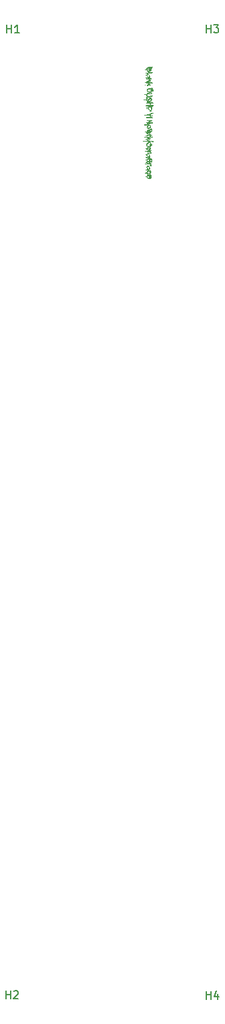
<source format=gto>
%TF.GenerationSoftware,KiCad,Pcbnew,8.0.6*%
%TF.CreationDate,2024-11-05T14:35:24+11:00*%
%TF.ProjectId,Blank_3U8HP,426c616e-6b5f-4335-9538-48502e6b6963,rev?*%
%TF.SameCoordinates,Original*%
%TF.FileFunction,Legend,Top*%
%TF.FilePolarity,Positive*%
%FSLAX46Y46*%
G04 Gerber Fmt 4.6, Leading zero omitted, Abs format (unit mm)*
G04 Created by KiCad (PCBNEW 8.0.6) date 2024-11-05 14:35:24*
%MOMM*%
%LPD*%
G01*
G04 APERTURE LIST*
%ADD10C,0.250000*%
%ADD11C,0.150000*%
%ADD12O,4.800000X3.200000*%
G04 APERTURE END LIST*
D10*
G36*
X20682424Y-10182226D02*
G01*
X20702941Y-10191263D01*
X20717595Y-10207627D01*
X20731273Y-10223991D01*
X20742508Y-10238646D01*
X20749103Y-10254033D01*
X20749103Y-10269665D01*
X20749103Y-10296287D01*
X20741287Y-10303370D01*
X20744706Y-10298241D01*
X20735669Y-10307522D01*
X20729075Y-10310209D01*
X20720526Y-10313140D01*
X20709780Y-10317536D01*
X20689752Y-10325352D01*
X20670212Y-10329993D01*
X20667281Y-10338297D01*
X20648719Y-10348311D01*
X20633087Y-10363698D01*
X20625027Y-10376399D01*
X20611594Y-10396182D01*
X20597916Y-10416699D01*
X20590101Y-10431598D01*
X20583018Y-10442588D01*
X20574225Y-10460418D01*
X20564944Y-10479469D01*
X20557616Y-10492903D01*
X20546870Y-10521479D01*
X20535146Y-10552254D01*
X20527819Y-10576189D01*
X20520247Y-10605254D01*
X20516828Y-10618932D01*
X20511699Y-10637983D01*
X20506570Y-10655812D01*
X20500464Y-10663872D01*
X20499975Y-10686099D01*
X20492648Y-10721025D01*
X20486297Y-10755219D01*
X20482634Y-10776224D01*
X20477260Y-10788436D01*
X20471887Y-10793077D01*
X20452103Y-10793077D01*
X20436472Y-10793077D01*
X20424260Y-10788681D01*
X20414002Y-10780621D01*
X20404720Y-10771584D01*
X20390799Y-10757906D01*
X20377854Y-10743740D01*
X20375900Y-10731772D01*
X20367107Y-10729574D01*
X20359780Y-10714675D01*
X20352452Y-10699532D01*
X20348789Y-10687564D01*
X20343171Y-10673886D01*
X20332669Y-10648485D01*
X20323632Y-10624794D01*
X20318258Y-10613314D01*
X20310743Y-10596205D01*
X20311175Y-10605498D01*
X20313374Y-10623084D01*
X20315572Y-10641646D01*
X20316304Y-10652637D01*
X20318991Y-10676085D01*
X20321922Y-10711256D01*
X20324609Y-10744717D01*
X20326074Y-10766210D01*
X20326074Y-10795519D01*
X20326074Y-10822386D01*
X20323143Y-10834598D01*
X20320457Y-10854626D01*
X20317526Y-10876608D01*
X20314595Y-10892484D01*
X20311664Y-10900544D01*
X20309466Y-10913000D01*
X20299452Y-10933272D01*
X20286263Y-10943042D01*
X20274050Y-10955010D01*
X20264525Y-10958674D01*
X20263060Y-10956964D01*
X20258419Y-10960139D01*
X20261106Y-10959406D01*
X20244986Y-10966001D01*
X20229354Y-10972351D01*
X20213967Y-10972351D01*
X20203709Y-10972351D01*
X20184413Y-10966245D01*
X20169026Y-10960628D01*
X20147533Y-10951102D01*
X20120422Y-10939378D01*
X20107965Y-10930097D01*
X20097707Y-10921549D01*
X20083541Y-10908604D01*
X20060582Y-10885645D01*
X20037135Y-10861953D01*
X20023213Y-10848032D01*
X20010268Y-10834598D01*
X19996835Y-10820188D01*
X19986332Y-10796985D01*
X19976318Y-10778422D01*
X19968503Y-10766454D01*
X19959710Y-10748625D01*
X19950429Y-10730795D01*
X19944567Y-10720048D01*
X19935530Y-10701242D01*
X19926981Y-10681458D01*
X19922341Y-10666559D01*
X19915990Y-10646531D01*
X19908663Y-10626503D01*
X19907198Y-10615512D01*
X19880819Y-10613558D01*
X19850778Y-10610872D01*
X19814630Y-10608674D01*
X19764174Y-10605015D01*
X19751615Y-10604033D01*
X19701550Y-10599686D01*
X19688600Y-10598415D01*
X19651475Y-10594508D01*
X19637798Y-10593042D01*
X19618747Y-10590844D01*
X19600673Y-10588890D01*
X19591392Y-10587669D01*
X19578935Y-10584738D01*
X19570143Y-10574235D01*
X19587972Y-10566420D01*
X19615327Y-10566420D01*
X19642927Y-10566420D01*
X19660512Y-10566420D01*
X19683960Y-10566420D01*
X19713513Y-10566420D01*
X19739403Y-10566420D01*
X19753569Y-10566420D01*
X19773353Y-10566420D01*
X19809256Y-10566420D01*
X19845893Y-10566420D01*
X19867875Y-10566420D01*
X19881520Y-10566420D01*
X19872515Y-10564710D01*
X19850533Y-10561290D01*
X19839542Y-10556406D01*
X19828796Y-10545903D01*
X19828796Y-10541018D01*
X19828796Y-10529050D01*
X19846625Y-10528318D01*
X19862501Y-10526120D01*
X20028098Y-10526120D01*
X20028098Y-10566420D01*
X20028098Y-10611849D01*
X20030785Y-10626259D01*
X20033471Y-10639204D01*
X20035181Y-10648241D01*
X20038356Y-10661430D01*
X20042997Y-10674131D01*
X20051301Y-10702463D01*
X20056430Y-10722247D01*
X20063269Y-10734947D01*
X20075969Y-10756685D01*
X20087449Y-10779155D01*
X20089647Y-10793810D01*
X20102836Y-10802847D01*
X20119933Y-10822875D01*
X20120177Y-10827027D01*
X20120177Y-10831912D01*
X20127993Y-10829225D01*
X20135076Y-10832156D01*
X20150464Y-10832156D01*
X20163164Y-10832156D01*
X20171468Y-10826050D01*
X20180750Y-10817745D01*
X20183436Y-10807487D01*
X20186367Y-10798206D01*
X20187100Y-10643845D01*
X20170003Y-10644577D01*
X20133611Y-10642868D01*
X20096242Y-10638471D01*
X20073039Y-10634319D01*
X20055453Y-10630167D01*
X20042020Y-10618199D01*
X20051545Y-10609406D01*
X20067421Y-10606964D01*
X20084274Y-10604521D01*
X20095509Y-10603789D01*
X20112362Y-10600369D01*
X20140450Y-10596950D01*
X20153506Y-10596175D01*
X20152662Y-10595973D01*
X20141915Y-10592309D01*
X20132634Y-10588646D01*
X20132634Y-10578143D01*
X20132634Y-10566420D01*
X20180555Y-10566420D01*
X20175865Y-10542972D01*
X20172445Y-10515129D01*
X20169026Y-10496078D01*
X20163897Y-10470188D01*
X20159256Y-10446741D01*
X20155348Y-10434284D01*
X20155593Y-10425980D01*
X20155837Y-10425736D01*
X20082808Y-10425736D01*
X20076946Y-10432575D01*
X20064490Y-10452358D01*
X20054232Y-10467257D01*
X20043241Y-10473363D01*
X20040066Y-10490949D01*
X20030296Y-10503405D01*
X20032006Y-10510000D01*
X20029319Y-10518060D01*
X20028098Y-10526120D01*
X19862501Y-10526120D01*
X19878133Y-10524166D01*
X19886437Y-10523433D01*
X19887903Y-10520013D01*
X19891078Y-10513663D01*
X19889368Y-10500474D01*
X19888635Y-10486796D01*
X19887903Y-10476294D01*
X19893276Y-10454068D01*
X19897672Y-10430132D01*
X19901797Y-10420362D01*
X20342194Y-10420362D01*
X20348056Y-10423293D01*
X20356360Y-10447718D01*
X20369549Y-10476050D01*
X20382250Y-10503161D01*
X20391531Y-10521235D01*
X20391043Y-10523189D01*
X20393241Y-10527585D01*
X20428656Y-10392274D01*
X20428656Y-10386413D01*
X20416200Y-10386413D01*
X20401789Y-10389344D01*
X20379075Y-10393496D01*
X20357581Y-10397648D01*
X20345858Y-10400334D01*
X20343171Y-10402533D01*
X20342683Y-10403265D01*
X20342683Y-10405952D01*
X20342683Y-10410348D01*
X20342194Y-10420362D01*
X19901797Y-10420362D01*
X19902313Y-10419141D01*
X19904755Y-10411081D01*
X19909640Y-10396671D01*
X19920143Y-10376887D01*
X19930645Y-10358325D01*
X19938217Y-10349043D01*
X19936018Y-10349043D01*
X19936018Y-10344891D01*
X19926737Y-10327550D01*
X19919166Y-10304836D01*
X19919166Y-10300683D01*
X19919166Y-10295799D01*
X19930889Y-10282854D01*
X19943834Y-10274794D01*
X19952383Y-10274794D01*
X19965083Y-10274794D01*
X19974364Y-10276259D01*
X19987798Y-10280167D01*
X19999033Y-10283586D01*
X20004162Y-10285052D01*
X20073771Y-10285052D01*
X20136053Y-10285052D01*
X20142404Y-10273084D01*
X20143136Y-10264535D01*
X20145334Y-10247683D01*
X20147288Y-10230830D01*
X20148021Y-10222281D01*
X20156570Y-10208604D01*
X20170247Y-10197124D01*
X20180017Y-10197124D01*
X20190764Y-10197124D01*
X20208349Y-10206894D01*
X20222759Y-10215687D01*
X20233750Y-10225457D01*
X20250603Y-10242554D01*
X20265990Y-10259162D01*
X20273562Y-10267711D01*
X20280889Y-10267711D01*
X20330785Y-10257559D01*
X20363932Y-10250614D01*
X20412649Y-10239961D01*
X20435251Y-10234738D01*
X20483107Y-10223426D01*
X20496067Y-10220327D01*
X20512187Y-10217397D01*
X20529284Y-10214466D01*
X20538810Y-10210802D01*
X20549801Y-10207138D01*
X20557616Y-10203230D01*
X20571538Y-10195415D01*
X20584972Y-10187599D01*
X20595963Y-10181493D01*
X20608419Y-10178562D01*
X20621608Y-10175631D01*
X20642857Y-10175631D01*
X20665083Y-10175631D01*
X20682424Y-10182226D01*
G37*
G36*
X19971922Y-10927166D02*
G01*
X19989019Y-10934738D01*
X20001720Y-10942554D01*
X20073527Y-10942554D01*
X20145823Y-10942554D01*
X20169026Y-10939134D01*
X20211524Y-10934249D01*
X20257442Y-10929364D01*
X20293101Y-10926189D01*
X20318503Y-10922770D01*
X20364176Y-10915687D01*
X20412947Y-10909749D01*
X20414490Y-10909581D01*
X20449661Y-10905917D01*
X20472376Y-10900055D01*
X20501685Y-10895170D01*
X20528063Y-10891263D01*
X20543206Y-10889064D01*
X20547114Y-10888332D01*
X20555907Y-10883203D01*
X20571294Y-10875143D01*
X20581064Y-10875143D01*
X20586926Y-10875143D01*
X20599870Y-10877829D01*
X20612083Y-10880516D01*
X20632843Y-10890041D01*
X20646277Y-10896880D01*
X20667037Y-10915931D01*
X20685844Y-10935471D01*
X20694392Y-10950858D01*
X20703185Y-10968443D01*
X20703185Y-10977480D01*
X20703185Y-10990181D01*
X20691950Y-11001660D01*
X20682669Y-11002637D01*
X20668991Y-11011919D01*
X20643346Y-11015826D01*
X20622585Y-11019490D01*
X20594497Y-11024375D01*
X20567386Y-11029260D01*
X20550778Y-11032679D01*
X20516584Y-11037076D01*
X20467979Y-11043426D01*
X20420596Y-11050265D01*
X20391531Y-11053928D01*
X20364176Y-11057348D01*
X20324853Y-11062233D01*
X20286263Y-11067117D01*
X20262083Y-11070781D01*
X20237903Y-11072002D01*
X20207861Y-11073468D01*
X20180017Y-11075666D01*
X20162431Y-11077864D01*
X20060826Y-11077864D01*
X19963618Y-11077864D01*
X19945055Y-11069316D01*
X19929180Y-11058080D01*
X19912083Y-11046357D01*
X19899870Y-11037076D01*
X19883506Y-11035366D01*
X19855907Y-11033900D01*
X19828551Y-11032435D01*
X19807547Y-11031214D01*
X19793381Y-11025352D01*
X19746857Y-11006438D01*
X19744532Y-11005324D01*
X19779947Y-11006301D01*
X19783855Y-11001660D01*
X19792892Y-10997752D01*
X19810478Y-10996287D01*
X19836367Y-10993356D01*
X19862745Y-10990425D01*
X19880331Y-10997020D01*
X19658558Y-11004836D01*
X19620945Y-10992135D01*
X19629249Y-10982854D01*
X19645369Y-10980655D01*
X19661734Y-10978457D01*
X19671992Y-10976992D01*
X19696660Y-10973328D01*
X19742090Y-10971130D01*
X19786786Y-10971130D01*
X19811210Y-10971130D01*
X19826598Y-10968199D01*
X19848579Y-10965512D01*
X19868607Y-10964047D01*
X19877644Y-10963558D01*
X19886437Y-10957208D01*
X19894009Y-10952079D01*
X19900115Y-10954033D01*
X19906221Y-10945973D01*
X19916967Y-10949148D01*
X19919166Y-10935959D01*
X19934064Y-10927166D01*
X19950917Y-10927166D01*
X19971922Y-10927166D01*
G37*
G36*
X20086960Y-11091542D02*
G01*
X20111385Y-11099113D01*
X20127993Y-11106685D01*
X20147044Y-11117920D01*
X20157058Y-11124026D01*
X20167561Y-11129888D01*
X20187588Y-11149427D01*
X20214455Y-11176294D01*
X20238391Y-11201695D01*
X20251824Y-11215617D01*
X20258175Y-11224410D01*
X20267456Y-11238087D01*
X20276737Y-11252009D01*
X20282843Y-11261046D01*
X20289193Y-11270816D01*
X20296521Y-11285715D01*
X20303604Y-11299881D01*
X20308733Y-11311605D01*
X20315816Y-11328946D01*
X20322655Y-11348729D01*
X20328028Y-11361430D01*
X20330471Y-11372665D01*
X20335111Y-11387808D01*
X20340729Y-11407592D01*
X20345125Y-11425177D01*
X20347323Y-11435924D01*
X20347323Y-11445694D01*
X20347323Y-11468408D01*
X20347323Y-11493810D01*
X20347323Y-11513593D01*
X20347323Y-11529713D01*
X20347323Y-11555115D01*
X20347323Y-11580516D01*
X20347323Y-11596880D01*
X20339263Y-11612023D01*
X20328272Y-11624968D01*
X20323876Y-11629364D01*
X20319480Y-11633517D01*
X20310931Y-11635715D01*
X20303604Y-11634982D01*
X20301406Y-11634249D01*
X20285774Y-11630830D01*
X20271852Y-11627411D01*
X20260861Y-11628632D01*
X20237414Y-11632051D01*
X20210547Y-11636936D01*
X20188077Y-11642798D01*
X20176109Y-11644752D01*
X20156570Y-11648660D01*
X20134832Y-11653056D01*
X20120177Y-11655254D01*
X20105523Y-11659162D01*
X20085739Y-11664780D01*
X20066688Y-11669909D01*
X20056919Y-11670397D01*
X20037868Y-11678702D01*
X20011734Y-11679678D01*
X20009780Y-11687983D01*
X19995125Y-11693845D01*
X19983157Y-11698485D01*
X19976318Y-11701660D01*
X19949696Y-11709965D01*
X19928447Y-11718269D01*
X19915258Y-11718269D01*
X19899382Y-11718269D01*
X19887414Y-11712651D01*
X19876423Y-11708255D01*
X19863478Y-11697264D01*
X19846381Y-11681144D01*
X19829284Y-11664291D01*
X19818782Y-11650858D01*
X19814385Y-11641577D01*
X19811210Y-11626434D01*
X19811210Y-11613977D01*
X19811210Y-11599078D01*
X19820491Y-11591263D01*
X19840275Y-11582226D01*
X19860303Y-11574898D01*
X19876179Y-11568060D01*
X19898161Y-11560976D01*
X19919410Y-11554626D01*
X19931378Y-11551695D01*
X19947254Y-11545833D01*
X19973387Y-11538506D01*
X19998789Y-11531667D01*
X20013688Y-11527271D01*
X20021259Y-11527515D01*
X20008314Y-11520432D01*
X19988775Y-11499672D01*
X19969480Y-11478178D01*
X19955558Y-11460837D01*
X19949207Y-11449846D01*
X19944811Y-11438611D01*
X19930401Y-11416140D01*
X19918433Y-11396601D01*
X19912815Y-11380725D01*
X19906221Y-11359476D01*
X19900115Y-11338715D01*
X19896207Y-11328702D01*
X19892299Y-11326503D01*
X19879110Y-11322107D01*
X19877400Y-11314780D01*
X19874274Y-11305987D01*
X20042020Y-11305987D01*
X20042020Y-11361186D01*
X20042020Y-11413454D01*
X20043974Y-11418339D01*
X20049347Y-11425666D01*
X20062048Y-11441053D01*
X20077435Y-11450579D01*
X20095265Y-11460104D01*
X20121399Y-11467676D01*
X20138984Y-11472561D01*
X20157302Y-11475980D01*
X20187100Y-11475980D01*
X20214944Y-11475980D01*
X20215921Y-11472805D01*
X20217630Y-11468408D01*
X20217630Y-11437145D01*
X20217630Y-11407836D01*
X20216165Y-11400997D01*
X20213478Y-11390251D01*
X20211036Y-11379260D01*
X20198579Y-11376817D01*
X20180261Y-11369734D01*
X20201510Y-11354591D01*
X20183681Y-11357034D01*
X20161943Y-11349706D01*
X20154371Y-11347508D01*
X20141427Y-11345310D01*
X20146800Y-11328213D01*
X20155104Y-11324305D01*
X20177575Y-11318443D01*
X20197114Y-11319176D01*
X20193450Y-11316489D01*
X20193450Y-11306475D01*
X20184413Y-11289134D01*
X20174155Y-11266420D01*
X20165851Y-11256650D01*
X20156325Y-11244438D01*
X20151929Y-11233203D01*
X20146800Y-11230516D01*
X20137274Y-11224654D01*
X20131901Y-11221967D01*
X20112117Y-11221967D01*
X20096974Y-11219525D01*
X20093066Y-11225143D01*
X20087693Y-11226852D01*
X20084762Y-11230272D01*
X20076702Y-11234180D01*
X20073283Y-11242972D01*
X20060338Y-11254207D01*
X20056186Y-11261535D01*
X20048126Y-11287913D01*
X20042020Y-11305987D01*
X19874274Y-11305987D01*
X19873492Y-11303789D01*
X19881465Y-11293156D01*
X19753569Y-11295973D01*
X19766758Y-11271793D01*
X19786786Y-11266664D01*
X19810966Y-11264954D01*
X19832948Y-11263489D01*
X19847602Y-11260802D01*
X19875690Y-11257138D01*
X19900603Y-11253475D01*
X19901336Y-11248346D01*
X19908175Y-11244193D01*
X19908419Y-11229539D01*
X19912083Y-11214152D01*
X19914281Y-11200963D01*
X19919410Y-11185819D01*
X19924050Y-11173607D01*
X19926004Y-11168478D01*
X19934064Y-11153824D01*
X19945300Y-11140146D01*
X19953604Y-11132086D01*
X19964839Y-11120851D01*
X19975830Y-11108639D01*
X19985355Y-11100334D01*
X19991217Y-11097159D01*
X19995614Y-11094717D01*
X20002697Y-11090809D01*
X20014665Y-11087878D01*
X20027121Y-11085191D01*
X20047149Y-11085191D01*
X20065467Y-11085191D01*
X20086960Y-11091542D01*
G37*
G36*
X19905732Y-11737808D02*
G01*
X19915502Y-11730725D01*
X19930889Y-11718269D01*
X19953848Y-11717780D01*
X19977540Y-11711919D01*
X19989996Y-11708743D01*
X20009047Y-11705812D01*
X20028586Y-11703126D01*
X20041775Y-11700683D01*
X20074016Y-11696775D01*
X20123726Y-11692783D01*
X20134344Y-11691891D01*
X20184225Y-11687735D01*
X20208349Y-11685540D01*
X20258178Y-11680947D01*
X20282599Y-11678457D01*
X20332186Y-11673707D01*
X20341706Y-11672840D01*
X20372725Y-11669665D01*
X20407407Y-11664047D01*
X20436472Y-11658429D01*
X20444288Y-11655987D01*
X20452348Y-11657452D01*
X20455767Y-11651102D01*
X20463827Y-11648171D01*
X20475551Y-11641577D01*
X20486542Y-11641577D01*
X20493625Y-11646706D01*
X20501685Y-11643042D01*
X20510233Y-11644263D01*
X20525865Y-11651835D01*
X20547847Y-11664047D01*
X20549801Y-11672595D01*
X20561280Y-11682609D01*
X20572515Y-11695066D01*
X20581552Y-11704836D01*
X20588391Y-11722177D01*
X20592787Y-11739030D01*
X20592787Y-11752951D01*
X20589124Y-11768583D01*
X20584727Y-11772247D01*
X20579354Y-11777376D01*
X20561524Y-11783482D01*
X20543695Y-11789344D01*
X20536123Y-11790565D01*
X20521713Y-11793740D01*
X20505593Y-11797892D01*
X20491427Y-11801556D01*
X20477260Y-11802288D01*
X20458698Y-11804242D01*
X20439403Y-11806929D01*
X20426946Y-11808394D01*
X20414490Y-11810348D01*
X20392752Y-11813768D01*
X20370526Y-11816454D01*
X20359291Y-11813768D01*
X20353185Y-11821095D01*
X20346591Y-11818408D01*
X20357581Y-11821584D01*
X20377365Y-11835750D01*
X20396660Y-11850893D01*
X20407407Y-11860418D01*
X20427435Y-11877515D01*
X20455767Y-11903649D01*
X20457233Y-11908778D01*
X20458942Y-11915129D01*
X20471643Y-11926852D01*
X20483367Y-11942240D01*
X20492159Y-11967397D01*
X20504127Y-11995973D01*
X20500952Y-11996461D01*
X20500952Y-12003300D01*
X20500219Y-12007941D01*
X20499487Y-12010139D01*
X20499487Y-12020397D01*
X20492404Y-12026748D01*
X20488007Y-12035052D01*
X20473108Y-12046775D01*
X20459919Y-12055324D01*
X20443555Y-12057766D01*
X20438914Y-12066071D01*
X20426458Y-12069246D01*
X20394462Y-12078527D01*
X20347643Y-12092586D01*
X20338286Y-12095380D01*
X20289787Y-12109825D01*
X20281378Y-12112233D01*
X20246695Y-12122979D01*
X20238391Y-12124933D01*
X20222759Y-12129574D01*
X20203953Y-12135436D01*
X20190764Y-12138367D01*
X20162676Y-12144228D01*
X20113816Y-12153578D01*
X20106256Y-12154975D01*
X20057930Y-12163650D01*
X20049591Y-12164989D01*
X20021748Y-12166454D01*
X20011245Y-12174270D01*
X19994637Y-12177690D01*
X19985355Y-12176224D01*
X19978272Y-12174759D01*
X19962152Y-12168897D01*
X19956535Y-12158394D01*
X19946521Y-12158639D01*
X19931866Y-12147892D01*
X19917700Y-12136657D01*
X19909640Y-12130307D01*
X19899870Y-12128353D01*
X19879354Y-12125666D01*
X19858593Y-12122979D01*
X19846381Y-12113698D01*
X19859082Y-12099288D01*
X19872027Y-12099776D01*
X19883262Y-12096601D01*
X19894009Y-12097090D01*
X19889368Y-12087808D01*
X19889368Y-12074619D01*
X19889368Y-12070467D01*
X19897184Y-12064849D01*
X19890833Y-12049951D01*
X19900603Y-12042135D01*
X19918433Y-12037006D01*
X19934064Y-12034075D01*
X19972899Y-12026503D01*
X20021740Y-12017671D01*
X20042020Y-12013803D01*
X20090306Y-12004630D01*
X20110652Y-12000614D01*
X20146556Y-11992798D01*
X20177819Y-11983272D01*
X20224713Y-11967641D01*
X20271852Y-11951277D01*
X20306779Y-11948590D01*
X20260861Y-11956406D01*
X20210998Y-11956406D01*
X20182948Y-11956406D01*
X20133241Y-11955356D01*
X20105523Y-11953719D01*
X20060094Y-11948590D01*
X20036158Y-11945170D01*
X19997568Y-11922700D01*
X20041775Y-11922700D01*
X20089159Y-11922700D01*
X20136542Y-11922700D01*
X20161454Y-11922700D01*
X20177575Y-11922700D01*
X20202976Y-11922700D01*
X20228377Y-11922700D01*
X20244741Y-11922700D01*
X20267944Y-11922700D01*
X20302627Y-11922700D01*
X20337065Y-11922700D01*
X20355139Y-11929050D01*
X20344148Y-11929539D01*
X20327540Y-11920258D01*
X20309954Y-11910000D01*
X20297986Y-11902672D01*
X20279912Y-11892658D01*
X20261838Y-11882644D01*
X20250115Y-11879225D01*
X20231064Y-11873607D01*
X20213234Y-11868234D01*
X20204441Y-11865792D01*
X20167805Y-11862372D01*
X20118431Y-11860279D01*
X20103325Y-11860174D01*
X20053179Y-11860174D01*
X20037623Y-11860174D01*
X20000010Y-11860174D01*
X19980471Y-11849672D01*
X19965816Y-11840390D01*
X19956535Y-11830865D01*
X19943590Y-11816210D01*
X19931622Y-11803510D01*
X19923562Y-11798869D01*
X19913548Y-11794228D01*
X19893520Y-11790809D01*
X19871294Y-11786413D01*
X19859082Y-11782260D01*
X19849312Y-11778353D01*
X19840764Y-11765652D01*
X19915502Y-11772491D01*
X19893520Y-11773712D01*
X19863967Y-11767362D01*
X19833681Y-11761744D01*
X19814630Y-11758080D01*
X19792159Y-11750753D01*
X19773108Y-11734633D01*
X19905732Y-11737808D01*
G37*
G36*
X20123597Y-12179155D02*
G01*
X20126772Y-12167431D01*
X20137519Y-12169385D01*
X20139228Y-12158639D01*
X20150219Y-12153754D01*
X20158768Y-12153754D01*
X20160966Y-12157173D01*
X20170980Y-12159127D01*
X20186856Y-12168164D01*
X20200045Y-12176713D01*
X20205662Y-12180376D01*
X20214455Y-12178911D01*
X20233995Y-12176224D01*
X20254267Y-12174026D01*
X20265258Y-12173538D01*
X20285774Y-12173538D01*
X20320945Y-12173538D01*
X20358314Y-12173538D01*
X20385181Y-12173538D01*
X20408628Y-12173538D01*
X20431343Y-12169874D01*
X20448684Y-12173538D01*
X20467491Y-12173538D01*
X20484588Y-12173538D01*
X20494357Y-12173538D01*
X20504616Y-12175003D01*
X20527819Y-12179155D01*
X20553709Y-12184773D01*
X20573492Y-12191367D01*
X20587903Y-12193321D01*
X20610861Y-12197473D01*
X20633087Y-12201625D01*
X20649452Y-12203579D01*
X20668014Y-12213593D01*
X20677540Y-12229225D01*
X20688286Y-12247543D01*
X20696346Y-12247787D01*
X20696102Y-12254870D01*
X20708803Y-12268792D01*
X20704651Y-12281249D01*
X20713932Y-12287843D01*
X20717351Y-12295170D01*
X20717351Y-12309337D01*
X20712222Y-12320327D01*
X20713199Y-12321304D01*
X20699033Y-12332295D01*
X20685600Y-12338157D01*
X20664106Y-12335226D01*
X20632599Y-12328876D01*
X20601092Y-12321793D01*
X20581552Y-12317152D01*
X20567875Y-12315687D01*
X20547114Y-12314221D01*
X20524888Y-12314221D01*
X20507791Y-12314221D01*
X20492404Y-12314221D01*
X20464071Y-12314221D01*
X20433053Y-12313489D01*
X20412536Y-12311290D01*
X20391531Y-12312756D01*
X20368328Y-12315931D01*
X20351475Y-12314221D01*
X20330959Y-12314221D01*
X20311908Y-12314221D01*
X20303360Y-12314221D01*
X20288461Y-12314221D01*
X20279424Y-12309825D01*
X20280401Y-12315198D01*
X20293590Y-12341821D01*
X20307267Y-12365268D01*
X20326074Y-12393356D01*
X20343171Y-12419246D01*
X20353185Y-12434389D01*
X20360757Y-12440006D01*
X20374434Y-12448066D01*
X20388845Y-12456127D01*
X20400080Y-12464675D01*
X20402522Y-12473468D01*
X20413025Y-12488611D01*
X20423771Y-12507906D01*
X20426214Y-12520851D01*
X20436228Y-12531109D01*
X20439647Y-12540879D01*
X20436716Y-12551625D01*
X20434030Y-12559930D01*
X20431099Y-12569211D01*
X20431099Y-12576294D01*
X20425481Y-12588750D01*
X20413513Y-12595589D01*
X20394706Y-12595589D01*
X20385914Y-12589239D01*
X20381762Y-12588750D01*
X20360268Y-12571653D01*
X20337065Y-12557976D01*
X20323632Y-12543321D01*
X20308000Y-12525980D01*
X20293346Y-12509860D01*
X20284309Y-12500334D01*
X20269410Y-12478841D01*
X20248405Y-12449532D01*
X20227400Y-12419490D01*
X20223004Y-12394577D01*
X20224469Y-12409476D01*
X20218119Y-12419734D01*
X20215921Y-12431214D01*
X20210059Y-12449532D01*
X20204441Y-12465652D01*
X20202732Y-12476643D01*
X20193695Y-12497648D01*
X20190031Y-12520118D01*
X20179773Y-12523293D01*
X20171224Y-12542100D01*
X20159256Y-12562128D01*
X20149975Y-12581667D01*
X20137763Y-12595345D01*
X20127993Y-12610000D01*
X20120666Y-12619525D01*
X20108454Y-12634180D01*
X20096974Y-12647613D01*
X20089403Y-12661779D01*
X20071329Y-12671060D01*
X20055453Y-12678876D01*
X20039577Y-12693042D01*
X20023702Y-12694263D01*
X20018572Y-12702323D01*
X20007337Y-12705010D01*
X19998789Y-12705010D01*
X19990729Y-12702812D01*
X19987309Y-12700125D01*
X19980471Y-12695729D01*
X19969235Y-12688401D01*
X19956535Y-12679609D01*
X19943590Y-12663489D01*
X19929424Y-12638820D01*
X19922585Y-12624898D01*
X19917944Y-12612930D01*
X19890345Y-12607069D01*
X19843939Y-12595345D01*
X19798021Y-12583621D01*
X19769445Y-12575317D01*
X19739891Y-12566769D01*
X19719619Y-12554556D01*
X19707896Y-12550404D01*
X19699103Y-12527690D01*
X19915746Y-12568234D01*
X19922585Y-12562616D01*
X19933576Y-12554312D01*
X19944811Y-12556022D01*
X19948719Y-12538925D01*
X19963862Y-12549427D01*
X19971189Y-12541123D01*
X19978761Y-12535261D01*
X19987554Y-12530621D01*
X19960687Y-12523293D01*
X19980226Y-12511325D01*
X20001475Y-12503998D01*
X20007581Y-12501067D01*
X20013932Y-12503510D01*
X20012955Y-12495205D01*
X20017107Y-12486657D01*
X20030785Y-12471758D01*
X20040799Y-12458325D01*
X20044951Y-12448555D01*
X20053255Y-12434389D01*
X20063025Y-12419490D01*
X20072306Y-12418513D01*
X20070108Y-12403614D01*
X20074504Y-12384563D01*
X20085983Y-12362581D01*
X20092578Y-12348171D01*
X20092578Y-12336936D01*
X20097463Y-12328632D01*
X20094532Y-12333517D01*
X20079389Y-12338157D01*
X20054720Y-12345240D01*
X20030540Y-12351835D01*
X20011978Y-12359651D01*
X19986577Y-12359651D01*
X19960687Y-12363070D01*
X19956535Y-12363070D01*
X19951406Y-12363070D01*
X19934309Y-12347683D01*
X19916235Y-12337913D01*
X19913304Y-12324235D01*
X19897672Y-12308848D01*
X19883018Y-12291263D01*
X19874958Y-12282226D01*
X19865921Y-12279783D01*
X19847602Y-12276608D01*
X19826109Y-12272944D01*
X19808279Y-12266838D01*
X19792892Y-12240704D01*
X19871050Y-12259755D01*
X19868852Y-12254626D01*
X19871538Y-12248764D01*
X19872515Y-12244612D01*
X19872515Y-12242658D01*
X19875690Y-12238750D01*
X19863478Y-12244368D01*
X19841741Y-12242170D01*
X19820736Y-12239972D01*
X19807791Y-12239483D01*
X19795823Y-12238018D01*
X19778970Y-12238018D01*
X19759187Y-12229713D01*
X19750882Y-12224096D01*
X19738914Y-12220188D01*
X19719131Y-12199672D01*
X19737693Y-12197718D01*
X19746486Y-12194054D01*
X19765781Y-12196008D01*
X19795823Y-12200893D01*
X19823667Y-12205045D01*
X19839542Y-12206510D01*
X19859326Y-12206510D01*
X19884727Y-12206510D01*
X19893764Y-12206510D01*
X19907198Y-12206510D01*
X19922096Y-12206510D01*
X19936751Y-12202847D01*
X19963129Y-12196741D01*
X19989019Y-12191123D01*
X20004406Y-12189169D01*
X20015886Y-12189169D01*
X20024923Y-12190146D01*
X20043729Y-12185750D01*
X20073527Y-12181842D01*
X20101127Y-12179155D01*
X20116758Y-12177934D01*
X20123597Y-12179155D01*
G37*
G36*
X19913060Y-13230132D02*
G01*
X19913548Y-13225491D01*
X19915746Y-13222805D01*
X19914769Y-13221584D01*
X19912083Y-13215966D01*
X19913304Y-13211325D01*
X19848579Y-13213768D01*
X19838810Y-13196671D01*
X19850778Y-13183726D01*
X19861524Y-13179818D01*
X19871294Y-13178353D01*
X19887170Y-13176399D01*
X19903534Y-13174200D01*
X19912083Y-13176399D01*
X19911838Y-13163698D01*
X19915258Y-13149532D01*
X19917944Y-13136343D01*
X19920875Y-13120956D01*
X19927226Y-13113384D01*
X19933087Y-13109720D01*
X19937484Y-13095799D01*
X19947986Y-13082854D01*
X19958733Y-13067222D01*
X19968747Y-13052079D01*
X19981936Y-13039623D01*
X19995125Y-13028876D01*
X20012222Y-13014954D01*
X20031273Y-12997857D01*
X20038600Y-12992484D01*
X20044218Y-12988820D01*
X20054232Y-12983691D01*
X20073527Y-12972456D01*
X20102592Y-12958534D01*
X20130191Y-12944124D01*
X20149487Y-12935087D01*
X20158768Y-12932400D01*
X20170247Y-12928004D01*
X20184413Y-12924829D01*
X20200045Y-12919699D01*
X20223981Y-12916769D01*
X20240101Y-12914082D01*
X20263792Y-12914082D01*
X20285041Y-12914082D01*
X20295055Y-12916769D01*
X20303360Y-12919699D01*
X20312397Y-12924340D01*
X20319480Y-12929713D01*
X20328761Y-12937529D01*
X20339263Y-12946566D01*
X20344148Y-12958046D01*
X20353429Y-12964884D01*
X20360512Y-12976364D01*
X20367107Y-12988332D01*
X20369061Y-12997857D01*
X20369549Y-12998590D01*
X20373213Y-13018374D01*
X20371748Y-13012023D01*
X20367840Y-13017885D01*
X20370282Y-13017641D01*
X20369061Y-13018862D01*
X20357337Y-13036692D01*
X20345614Y-13040111D01*
X20332913Y-13043775D01*
X20326563Y-13044508D01*
X20315083Y-13046461D01*
X20302627Y-13048660D01*
X20296277Y-13046461D01*
X20280157Y-13054521D01*
X20264036Y-13057697D01*
X20253778Y-13061116D01*
X20243032Y-13064780D01*
X20225202Y-13075038D01*
X20196870Y-13089448D01*
X20170247Y-13102393D01*
X20154371Y-13112651D01*
X20140450Y-13119979D01*
X20127749Y-13130969D01*
X20116758Y-13141960D01*
X20100638Y-13158080D01*
X20085006Y-13174200D01*
X20072794Y-13188611D01*
X20064734Y-13193984D01*
X20058628Y-13205952D01*
X20055942Y-13212547D01*
X20054232Y-13222072D01*
X20048126Y-13235505D01*
X20045683Y-13247229D01*
X20045683Y-13256999D01*
X20045683Y-13261395D01*
X20052034Y-13275317D01*
X20057651Y-13287773D01*
X20068642Y-13295101D01*
X20080122Y-13301451D01*
X20089403Y-13308778D01*
X20098928Y-13317327D01*
X20107965Y-13323433D01*
X20120666Y-13329539D01*
X20138251Y-13338087D01*
X20156325Y-13346392D01*
X20169515Y-13352742D01*
X20186123Y-13361779D01*
X20203464Y-13368129D01*
X20227156Y-13375457D01*
X20249626Y-13382295D01*
X20266723Y-13387180D01*
X20277958Y-13389134D01*
X20286263Y-13389867D01*
X20299696Y-13391088D01*
X20313374Y-13392554D01*
X20322655Y-13393286D01*
X20332180Y-13392554D01*
X20344881Y-13390844D01*
X20360512Y-13389134D01*
X20372480Y-13384738D01*
X20386158Y-13378387D01*
X20393974Y-13371060D01*
X20402278Y-13363244D01*
X20408628Y-13350055D01*
X20415223Y-13335889D01*
X20417909Y-13322456D01*
X20420840Y-13308778D01*
X20420840Y-13280690D01*
X20425969Y-13258220D01*
X20415956Y-13263349D01*
X20394951Y-13261884D01*
X20372969Y-13258464D01*
X20357093Y-13254068D01*
X20331692Y-13239902D01*
X20360512Y-13228667D01*
X20375655Y-13226468D01*
X20401789Y-13220851D01*
X20421817Y-13218897D01*
X20420840Y-13213768D01*
X20352697Y-13213768D01*
X20367595Y-13188367D01*
X20397149Y-13177864D01*
X20421817Y-13173712D01*
X20420840Y-13170781D01*
X20420840Y-13163942D01*
X20417909Y-13149043D01*
X20415223Y-13128283D01*
X20410338Y-13112407D01*
X20406674Y-13096287D01*
X20400080Y-13073817D01*
X20400080Y-13051346D01*
X20391287Y-13049881D01*
X20384204Y-13035471D01*
X20378831Y-13021549D01*
X20376388Y-13012023D01*
X20376388Y-12988576D01*
X20376388Y-12953405D01*
X20403499Y-12955359D01*
X20428168Y-12957557D01*
X20434518Y-12962198D01*
X20447463Y-12967815D01*
X20466025Y-12988087D01*
X20488007Y-13008115D01*
X20489961Y-13017641D01*
X20500219Y-13030830D01*
X20509989Y-13045729D01*
X20510478Y-13055498D01*
X20528307Y-13066734D01*
X20552976Y-13091402D01*
X20579598Y-13117292D01*
X20600115Y-13136831D01*
X20613548Y-13147822D01*
X20638705Y-13165408D01*
X20649452Y-13176399D01*
X20667037Y-13189832D01*
X20685600Y-13203265D01*
X20690729Y-13215722D01*
X20680959Y-13209616D01*
X20676563Y-13199602D01*
X20656704Y-13152573D01*
X20653848Y-13145624D01*
X20634338Y-13098860D01*
X20619898Y-13064780D01*
X20600106Y-13018163D01*
X20585460Y-12983935D01*
X20565951Y-12938964D01*
X20561524Y-12929225D01*
X20561524Y-12883796D01*
X20572759Y-12879399D01*
X20583262Y-12875980D01*
X20594497Y-12875980D01*
X20602069Y-12875980D01*
X20610129Y-12879155D01*
X20618677Y-12881598D01*
X20630645Y-12891612D01*
X20641147Y-12896985D01*
X20655069Y-12910662D01*
X20665327Y-12922630D01*
X20673387Y-12934598D01*
X20677051Y-12949497D01*
X20686821Y-12954382D01*
X20689996Y-12962198D01*
X20708844Y-13008209D01*
X20721992Y-13039867D01*
X20741523Y-13086525D01*
X20760732Y-13133075D01*
X20763269Y-13139274D01*
X20782503Y-13186290D01*
X20799173Y-13227690D01*
X20816758Y-13272630D01*
X20823841Y-13287773D01*
X20831657Y-13310000D01*
X20838984Y-13331737D01*
X20842892Y-13346392D01*
X20842892Y-13358848D01*
X20842892Y-13378876D01*
X20829947Y-13391821D01*
X20809919Y-13391821D01*
X20792578Y-13391821D01*
X20778656Y-13383028D01*
X20761315Y-13374724D01*
X20749347Y-13366175D01*
X20738845Y-13357138D01*
X20701231Y-13329783D01*
X20660394Y-13299479D01*
X20643590Y-13286796D01*
X20603447Y-13256603D01*
X20586193Y-13243565D01*
X20560303Y-13221828D01*
X20562013Y-13352254D01*
X20560547Y-13361290D01*
X20557616Y-13375701D01*
X20553953Y-13390600D01*
X20550778Y-13400369D01*
X20547847Y-13417955D01*
X20545160Y-13431877D01*
X20536367Y-13451416D01*
X20527819Y-13468513D01*
X20487274Y-13509790D01*
X20472376Y-13516140D01*
X20455523Y-13526643D01*
X20435495Y-13529574D01*
X20415223Y-13532505D01*
X20391531Y-13532505D01*
X20370282Y-13532505D01*
X20349033Y-13529574D01*
X20319480Y-13526887D01*
X20304581Y-13520293D01*
X20291636Y-13515652D01*
X20275027Y-13511744D01*
X20253534Y-13504173D01*
X20233018Y-13497822D01*
X20220806Y-13492693D01*
X20206395Y-13485610D01*
X20181482Y-13475108D01*
X20155593Y-13463384D01*
X20139228Y-13454836D01*
X20129214Y-13448974D01*
X20113827Y-13439692D01*
X20097463Y-13429923D01*
X20087449Y-13424549D01*
X20074748Y-13416245D01*
X20063269Y-13406231D01*
X20044462Y-13394508D01*
X20031029Y-13383517D01*
X20017107Y-13369351D01*
X19996835Y-13348834D01*
X19975830Y-13329050D01*
X19958733Y-13313175D01*
X19958000Y-13307069D01*
X19950429Y-13298764D01*
X19942857Y-13288506D01*
X19936263Y-13280446D01*
X19934553Y-13274340D01*
X19928691Y-13272142D01*
X19823422Y-13272142D01*
X19811943Y-13270676D01*
X19795579Y-13268234D01*
X19779703Y-13266036D01*
X19757965Y-13264815D01*
X19772376Y-13239169D01*
X19801196Y-13237459D01*
X19822201Y-13234284D01*
X19839542Y-13230865D01*
X19853464Y-13229155D01*
X19876912Y-13227690D01*
X19901092Y-13227690D01*
X19913060Y-13230132D01*
G37*
G36*
X19897916Y-13732051D02*
G01*
X19898649Y-13723503D01*
X19876912Y-13720816D01*
X19850533Y-13714954D01*
X19836367Y-13714221D01*
X19820247Y-13711779D01*
X19796800Y-13707627D01*
X19796800Y-13679050D01*
X19903778Y-13681493D01*
X19901580Y-13679295D01*
X19903534Y-13675631D01*
X19905732Y-13662686D01*
X19910861Y-13643391D01*
X19916723Y-13624584D01*
X19920387Y-13614326D01*
X19925760Y-13595519D01*
X19936018Y-13574515D01*
X19939193Y-13563279D01*
X19944078Y-13554975D01*
X19952627Y-13547159D01*
X19963374Y-13536168D01*
X19974120Y-13523468D01*
X19983890Y-13515408D01*
X19991217Y-13512477D01*
X19995125Y-13510034D01*
X20001231Y-13506371D01*
X20013199Y-13503440D01*
X20024434Y-13500265D01*
X20049103Y-13500265D01*
X20070352Y-13500265D01*
X20088426Y-13503196D01*
X20109187Y-13506127D01*
X20143136Y-13514187D01*
X20173911Y-13522491D01*
X20192473Y-13528841D01*
X20225446Y-13538855D01*
X20258663Y-13548869D01*
X20277958Y-13553754D01*
X20308977Y-13562791D01*
X20340729Y-13571095D01*
X20360268Y-13574759D01*
X20377609Y-13578422D01*
X20415711Y-13578422D01*
X20453569Y-13578422D01*
X20458698Y-13577201D01*
X20466758Y-13574515D01*
X20476284Y-13572072D01*
X20478970Y-13558394D01*
X20486786Y-13545694D01*
X20488740Y-13537145D01*
X20496067Y-13533482D01*
X20504860Y-13531039D01*
X20514874Y-13529330D01*
X20522445Y-13529330D01*
X20528307Y-13529330D01*
X20536856Y-13531284D01*
X20543450Y-13533482D01*
X20560547Y-13538855D01*
X20578377Y-13547892D01*
X20611350Y-13580621D01*
X20619166Y-13591612D01*
X20627714Y-13605289D01*
X20631133Y-13616769D01*
X20634797Y-13629469D01*
X20634797Y-13636552D01*
X20634797Y-13641437D01*
X20625760Y-13657313D01*
X20617944Y-13670258D01*
X20614281Y-13678562D01*
X20610373Y-13682470D01*
X20592055Y-13691018D01*
X20576179Y-13700300D01*
X20559082Y-13703719D01*
X20542229Y-13707383D01*
X20480191Y-13707383D01*
X20421329Y-13707383D01*
X20403499Y-13703719D01*
X20382250Y-13700300D01*
X20367351Y-13696636D01*
X20348300Y-13691751D01*
X20329738Y-13686622D01*
X20321434Y-13680027D01*
X20297986Y-13677829D01*
X20256221Y-13665861D01*
X20214699Y-13653161D01*
X20191741Y-13645589D01*
X20171468Y-13640704D01*
X20156081Y-13637285D01*
X20120666Y-13637285D01*
X20090380Y-13637285D01*
X20080610Y-13646566D01*
X20069375Y-13659267D01*
X20062536Y-13669769D01*
X20057896Y-13677585D01*
X20056430Y-13682226D01*
X20052766Y-13695170D01*
X20049103Y-13706650D01*
X20043729Y-13724968D01*
X20034692Y-13737913D01*
X20037623Y-13746461D01*
X20035425Y-13762581D01*
X20033227Y-13778213D01*
X20032006Y-13787983D01*
X20030540Y-13805812D01*
X20029075Y-13829748D01*
X20028342Y-13851242D01*
X20027854Y-13862721D01*
X20026388Y-13881772D01*
X20024923Y-13904487D01*
X20024923Y-13911570D01*
X20026388Y-13920118D01*
X20026388Y-13925980D01*
X20043241Y-13930132D01*
X20088670Y-13930132D01*
X20156081Y-13930132D01*
X20168538Y-13930132D01*
X20189542Y-13930132D01*
X20211280Y-13930132D01*
X20224225Y-13933307D01*
X20234727Y-13926957D01*
X20258419Y-13922316D01*
X20282355Y-13918164D01*
X20299940Y-13914501D01*
X20317526Y-13909371D01*
X20345125Y-13903021D01*
X20371503Y-13896671D01*
X20388112Y-13891542D01*
X20424016Y-13880551D01*
X20471807Y-13866125D01*
X20478970Y-13863942D01*
X20527162Y-13849356D01*
X20533681Y-13847334D01*
X20572027Y-13836343D01*
X20592543Y-13836343D01*
X20610861Y-13836343D01*
X20621364Y-13838541D01*
X20631133Y-13845136D01*
X20641636Y-13851974D01*
X20653360Y-13859302D01*
X20662152Y-13869316D01*
X20672166Y-13879574D01*
X20677540Y-13890076D01*
X20688775Y-13900334D01*
X20691461Y-13911570D01*
X20694392Y-13922072D01*
X20694392Y-13935017D01*
X20694392Y-13943321D01*
X20686088Y-13956266D01*
X20674120Y-13967013D01*
X20656046Y-13973852D01*
X20640415Y-13979225D01*
X20628447Y-13982889D01*
X20580331Y-13996078D01*
X20533014Y-14009755D01*
X20495579Y-14020502D01*
X20445753Y-14035095D01*
X20396380Y-14049553D01*
X20392997Y-14050544D01*
X20343627Y-14065173D01*
X20296726Y-14078837D01*
X20290659Y-14080586D01*
X20242585Y-14094344D01*
X20205662Y-14104766D01*
X20158279Y-14118199D01*
X20144846Y-14122351D01*
X20125307Y-14128457D01*
X20103569Y-14135540D01*
X20088426Y-14139448D01*
X20074993Y-14144577D01*
X20052766Y-14153370D01*
X20030052Y-14162896D01*
X20013688Y-14171444D01*
X20000010Y-14177550D01*
X19985111Y-14188053D01*
X19966304Y-14188053D01*
X19948230Y-14188053D01*
X19936751Y-14181702D01*
X19930889Y-14176573D01*
X19933332Y-14170223D01*
X19919410Y-14168513D01*
X19910129Y-14159965D01*
X19902069Y-14153859D01*
X19889612Y-14149951D01*
X19883506Y-14133586D01*
X19873004Y-14118443D01*
X19869584Y-14109895D01*
X19865921Y-14099392D01*
X19865921Y-14090844D01*
X19865921Y-14078143D01*
X19877400Y-14059092D01*
X19890833Y-14043949D01*
X19897672Y-14031737D01*
X19906709Y-14014884D01*
X19915502Y-14013907D01*
X19919410Y-14011709D01*
X19926493Y-14008046D01*
X19931133Y-14008046D01*
X19936263Y-14008046D01*
X19948475Y-14010976D01*
X19961420Y-14016594D01*
X19965083Y-14016350D01*
X19963618Y-14017083D01*
X19965083Y-14015617D01*
X19971922Y-14017327D01*
X19962885Y-14017327D01*
X19952871Y-14006336D01*
X19943590Y-13996566D01*
X19938461Y-13990460D01*
X19925760Y-13977759D01*
X19910617Y-13959685D01*
X19906953Y-13950648D01*
X19906709Y-13942100D01*
X19900359Y-13932575D01*
X19897916Y-13920607D01*
X19892299Y-13899357D01*
X19889368Y-13881039D01*
X19889368Y-13765757D01*
X19853709Y-13765757D01*
X19804433Y-13765757D01*
X19786786Y-13765757D01*
X19737446Y-13765757D01*
X19719375Y-13765757D01*
X19672236Y-13765757D01*
X19656360Y-13757941D01*
X19633157Y-13754521D01*
X19608489Y-13751102D01*
X19593101Y-13739867D01*
X19598719Y-13732051D01*
X19897916Y-13732051D01*
G37*
G36*
X20451127Y-14098415D02*
G01*
X20469933Y-14106964D01*
X20485076Y-14119420D01*
X20505837Y-14132854D01*
X20509745Y-14142379D01*
X20514141Y-14150439D01*
X20530017Y-14163140D01*
X20542962Y-14177794D01*
X20552976Y-14201242D01*
X20564944Y-14226887D01*
X20567630Y-14239099D01*
X20570561Y-14249846D01*
X20575690Y-14265233D01*
X20581796Y-14280865D01*
X20584483Y-14310662D01*
X20587414Y-14337285D01*
X20587414Y-14379783D01*
X20587414Y-14419595D01*
X20584483Y-14442554D01*
X20581796Y-14466245D01*
X20572759Y-14489448D01*
X20563722Y-14515826D01*
X20555907Y-14529748D01*
X20547847Y-14544403D01*
X20539787Y-14557103D01*
X20529528Y-14571025D01*
X20520247Y-14579574D01*
X20505104Y-14594961D01*
X20488740Y-14610593D01*
X20479459Y-14617676D01*
X20469445Y-14628911D01*
X20450882Y-14632819D01*
X20448928Y-14640390D01*
X20440136Y-14647473D01*
X20428900Y-14649427D01*
X20415223Y-14653579D01*
X20400812Y-14657976D01*
X20392264Y-14660174D01*
X20375167Y-14666036D01*
X20359047Y-14669944D01*
X20308489Y-14669944D01*
X20253778Y-14669944D01*
X20238635Y-14666280D01*
X20220317Y-14660662D01*
X20210059Y-14657243D01*
X20200533Y-14653824D01*
X20188565Y-14650160D01*
X20173911Y-14643077D01*
X20157791Y-14635994D01*
X20155593Y-14627201D01*
X20149975Y-14633551D01*
X20149487Y-14633551D01*
X20145090Y-14639169D01*
X20138251Y-14648450D01*
X20130680Y-14659441D01*
X20117735Y-14679469D01*
X20100150Y-14707313D01*
X20084762Y-14732226D01*
X20076946Y-14745659D01*
X20074260Y-14752009D01*
X20072306Y-14765687D01*
X20058872Y-14768618D01*
X20048859Y-14771549D01*
X20039089Y-14771549D01*
X20032006Y-14771549D01*
X20013443Y-14764710D01*
X19996591Y-14756161D01*
X19988286Y-14747613D01*
X19977051Y-14735401D01*
X19964595Y-14723433D01*
X19957023Y-14716594D01*
X19946765Y-14698520D01*
X19941392Y-14680446D01*
X19941392Y-14656022D01*
X19944567Y-14635261D01*
X19938217Y-14625980D01*
X19933820Y-14606196D01*
X19929668Y-14586168D01*
X19926493Y-14572979D01*
X19921608Y-14560523D01*
X19915332Y-14539762D01*
X20206884Y-14539762D01*
X20213478Y-14541960D01*
X20220317Y-14544891D01*
X20233018Y-14544891D01*
X20244253Y-14544891D01*
X20254023Y-14544159D01*
X20269654Y-14542205D01*
X20284309Y-14538785D01*
X20295055Y-14534877D01*
X20312885Y-14531214D01*
X20329005Y-14527794D01*
X20339752Y-14521444D01*
X20355383Y-14514117D01*
X20367351Y-14506301D01*
X20377609Y-14499462D01*
X20390799Y-14485296D01*
X20403988Y-14471374D01*
X20413025Y-14459162D01*
X20421329Y-14448415D01*
X20428412Y-14431318D01*
X20438670Y-14418618D01*
X20437693Y-14408848D01*
X20447219Y-14400055D01*
X20431587Y-14402254D01*
X20419131Y-14393217D01*
X20411315Y-14392972D01*
X20404965Y-14381737D01*
X20425969Y-14370990D01*
X20433001Y-14369935D01*
X20424748Y-14368060D01*
X20411803Y-14361709D01*
X20403255Y-14353161D01*
X20407163Y-14338506D01*
X20412048Y-14334110D01*
X20452103Y-14334110D01*
X20452103Y-14238122D01*
X20449661Y-14236168D01*
X20442822Y-14238855D01*
X20443066Y-14239344D01*
X20435983Y-14241542D01*
X20428412Y-14251067D01*
X20411315Y-14269141D01*
X20392264Y-14288436D01*
X20379808Y-14300404D01*
X20362222Y-14323852D01*
X20340729Y-14348032D01*
X20329494Y-14364884D01*
X20310443Y-14392728D01*
X20290170Y-14421304D01*
X20276004Y-14442065D01*
X20266479Y-14453056D01*
X20254023Y-14469176D01*
X20243520Y-14484075D01*
X20239368Y-14494577D01*
X20227889Y-14507766D01*
X20217630Y-14521444D01*
X20209815Y-14532923D01*
X20207128Y-14537808D01*
X20207128Y-14539762D01*
X20206884Y-14539762D01*
X19915332Y-14539762D01*
X19915258Y-14539518D01*
X19909152Y-14517292D01*
X19904511Y-14503126D01*
X19896695Y-14483098D01*
X19892055Y-14468932D01*
X19883750Y-14467466D01*
X19867630Y-14465512D01*
X19851755Y-14463314D01*
X19841985Y-14462093D01*
X19823422Y-14459162D01*
X19791182Y-14456231D01*
X19805478Y-14430097D01*
X19777837Y-14430097D01*
X19746730Y-14430097D01*
X19695535Y-14430097D01*
X19666374Y-14430097D01*
X19616973Y-14430097D01*
X19614106Y-14430097D01*
X19600917Y-14430097D01*
X19579668Y-14425945D01*
X19559152Y-14421793D01*
X19540833Y-14421793D01*
X19530575Y-14414221D01*
X19523981Y-14404207D01*
X19728412Y-14396392D01*
X19755279Y-14396392D01*
X19797288Y-14396392D01*
X19839542Y-14394926D01*
X19859570Y-14394926D01*
X19858349Y-14391507D01*
X19858349Y-14384180D01*
X19856395Y-14375631D01*
X19851999Y-14359755D01*
X19846870Y-14343635D01*
X19843713Y-14337773D01*
X19964106Y-14337773D01*
X19967526Y-14354382D01*
X19968014Y-14373677D01*
X19976074Y-14385401D01*
X19985355Y-14412267D01*
X19994392Y-14440355D01*
X20001475Y-14461360D01*
X20006849Y-14476259D01*
X20015397Y-14495799D01*
X20022725Y-14514117D01*
X20024678Y-14524131D01*
X20024823Y-14524131D01*
X20027365Y-14515826D01*
X20041531Y-14495066D01*
X20054965Y-14474305D01*
X20064002Y-14458674D01*
X20072062Y-14448171D01*
X20082808Y-14430341D01*
X20093555Y-14412023D01*
X20102103Y-14399567D01*
X20106670Y-14389063D01*
X20107719Y-14389063D01*
X20107965Y-14389309D01*
X20107721Y-14389064D01*
X20107719Y-14389063D01*
X20106670Y-14389063D01*
X20106828Y-14388699D01*
X20095753Y-14384180D01*
X20081343Y-14373677D01*
X20066933Y-14362686D01*
X20059605Y-14356824D01*
X20040066Y-14345833D01*
X20022969Y-14336064D01*
X19996591Y-14320432D01*
X19980226Y-14312616D01*
X19973143Y-14311884D01*
X19966060Y-14311395D01*
X19964106Y-14311395D01*
X19964106Y-14337773D01*
X19843713Y-14337773D01*
X19841741Y-14334110D01*
X19838321Y-14308709D01*
X19834658Y-14291856D01*
X19834658Y-14252777D01*
X19834658Y-14214187D01*
X19838321Y-14203440D01*
X19841741Y-14189274D01*
X19861524Y-14183412D01*
X19878133Y-14173886D01*
X19887414Y-14173886D01*
X19898893Y-14173886D01*
X19919898Y-14178771D01*
X19936995Y-14182191D01*
X19954581Y-14189030D01*
X19975097Y-14199043D01*
X19983157Y-14202463D01*
X19989752Y-14206127D01*
X20004162Y-14213210D01*
X20020771Y-14223468D01*
X20035669Y-14232749D01*
X20043485Y-14238122D01*
X20067177Y-14251067D01*
X20104790Y-14274270D01*
X20141915Y-14298206D01*
X20161699Y-14313838D01*
X20167072Y-14304312D01*
X20176353Y-14291123D01*
X20184169Y-14283063D01*
X20194427Y-14272316D01*
X20203709Y-14261081D01*
X20209326Y-14252533D01*
X20219584Y-14240809D01*
X20231552Y-14227131D01*
X20243032Y-14213210D01*
X20252313Y-14211500D01*
X20265258Y-14188297D01*
X20294567Y-14159720D01*
X20323143Y-14132121D01*
X20339508Y-14117955D01*
X20348056Y-14107452D01*
X20365397Y-14097194D01*
X20377121Y-14094508D01*
X20389822Y-14091577D01*
X20414979Y-14091577D01*
X20434762Y-14091577D01*
X20451127Y-14098415D01*
G37*
G36*
X19866409Y-14785226D02*
G01*
X19882041Y-14777899D01*
X19899138Y-14772526D01*
X19913060Y-14766664D01*
X19931866Y-14762756D01*
X19945544Y-14760558D01*
X19972166Y-14755673D01*
X20000498Y-14750788D01*
X20021748Y-14747613D01*
X20051301Y-14744682D01*
X20076458Y-14741995D01*
X20127134Y-14735427D01*
X20131901Y-14734912D01*
X20181494Y-14729436D01*
X20212257Y-14725875D01*
X20261678Y-14719960D01*
X20288949Y-14716594D01*
X20337309Y-14709755D01*
X20357581Y-14709755D01*
X20383227Y-14708534D01*
X20406430Y-14706580D01*
X20419863Y-14705847D01*
X20508768Y-14705847D01*
X20593276Y-14705847D01*
X20614769Y-14708290D01*
X20643834Y-14710976D01*
X20659954Y-14716350D01*
X20672166Y-14719036D01*
X20695858Y-14730272D01*
X20722480Y-14741507D01*
X20732494Y-14748101D01*
X20744218Y-14754696D01*
X20763269Y-14772037D01*
X20770108Y-14782540D01*
X20777191Y-14791577D01*
X20781099Y-14798660D01*
X20786228Y-14807697D01*
X20791357Y-14822351D01*
X20793555Y-14826992D01*
X20795753Y-14835540D01*
X20793555Y-14843845D01*
X20791357Y-14847997D01*
X20784030Y-14861186D01*
X20770840Y-14868513D01*
X20771329Y-14869979D01*
X20766688Y-14870467D01*
X20760826Y-14871200D01*
X20755209Y-14868513D01*
X20737379Y-14865582D01*
X20730296Y-14856545D01*
X20724434Y-14856057D01*
X20713199Y-14851416D01*
X20702941Y-14842623D01*
X20696102Y-14837006D01*
X20694637Y-14835540D01*
X20691461Y-14834808D01*
X20686332Y-14834808D01*
X20465781Y-14834808D01*
X20465781Y-14835785D01*
X20467002Y-14842623D01*
X20469200Y-14855324D01*
X20471399Y-14867536D01*
X20472864Y-14873398D01*
X20478970Y-14909057D01*
X20487824Y-14958708D01*
X20488740Y-14964256D01*
X20496968Y-15013036D01*
X20498021Y-15019455D01*
X20503639Y-15053893D01*
X20507547Y-15061465D01*
X20739822Y-15061465D01*
X20756674Y-15069525D01*
X20775725Y-15082714D01*
X20816758Y-15125945D01*
X20822131Y-15139867D01*
X20829459Y-15157697D01*
X20829459Y-15164780D01*
X20829459Y-15169176D01*
X20824818Y-15190425D01*
X20816025Y-15190425D01*
X20542473Y-15190425D01*
X20496067Y-15190181D01*
X20263060Y-15190181D01*
X20215188Y-15194333D01*
X20165222Y-15194333D01*
X20144846Y-15194333D01*
X20094326Y-15194333D01*
X20075725Y-15194333D01*
X20030540Y-15198241D01*
X20021015Y-15201416D01*
X20001720Y-15206057D01*
X19981448Y-15208011D01*
X19969968Y-15210209D01*
X19950184Y-15210209D01*
X19931866Y-15210209D01*
X19917944Y-15205080D01*
X19905488Y-15200195D01*
X19890833Y-15196043D01*
X19865432Y-15194333D01*
X19838565Y-15193600D01*
X19824399Y-15191646D01*
X19810722Y-15190914D01*
X19797533Y-15187739D01*
X19796067Y-15180167D01*
X19790205Y-15166489D01*
X19876912Y-15174305D01*
X19860547Y-15182121D01*
X19834658Y-15180655D01*
X19808768Y-15177725D01*
X19792648Y-15175038D01*
X19776528Y-15170153D01*
X19771154Y-15158674D01*
X19768468Y-15159406D01*
X19760652Y-15163803D01*
X19760652Y-15154521D01*
X19760652Y-15151591D01*
X19772620Y-15142554D01*
X19790205Y-15139623D01*
X19808768Y-15136692D01*
X19831482Y-15130830D01*
X19850045Y-15129853D01*
X19848091Y-15118374D01*
X19852487Y-15105429D01*
X19861524Y-15102498D01*
X19868607Y-15093217D01*
X19883995Y-15089309D01*
X19905732Y-15083691D01*
X19923562Y-15081493D01*
X19946521Y-15078318D01*
X19983646Y-15077096D01*
X20019549Y-15073433D01*
X20043974Y-15065373D01*
X20094043Y-15065373D01*
X20143865Y-15065373D01*
X20175865Y-15065373D01*
X20225801Y-15065373D01*
X20257686Y-15065373D01*
X20305558Y-15065373D01*
X20320212Y-15065373D01*
X20342194Y-15061221D01*
X20365397Y-15057069D01*
X20377609Y-15060732D01*
X20373946Y-15044368D01*
X20373946Y-15025317D01*
X20371015Y-14998206D01*
X20373213Y-14975980D01*
X20367107Y-14975736D01*
X20364176Y-14973293D01*
X20334867Y-14971584D01*
X20289438Y-14971584D01*
X20242299Y-14971584D01*
X20211280Y-14968653D01*
X20196381Y-14965722D01*
X20167561Y-14963035D01*
X20136542Y-14960837D01*
X20115293Y-14958883D01*
X20099173Y-14958883D01*
X20074993Y-14956685D01*
X20052034Y-14954731D01*
X20037868Y-14954731D01*
X20025900Y-14952288D01*
X20010024Y-14950579D01*
X19993904Y-14948869D01*
X19984134Y-14940076D01*
X20005872Y-14929330D01*
X20029319Y-14926399D01*
X20047637Y-14926399D01*
X20067421Y-14926399D01*
X20098928Y-14926399D01*
X20148831Y-14926399D01*
X20152418Y-14926399D01*
X20202406Y-14926399D01*
X20205418Y-14926399D01*
X20236437Y-14926399D01*
X20357093Y-14926399D01*
X20361978Y-14927620D01*
X20355139Y-14932993D01*
X20339752Y-14933970D01*
X20323632Y-14935191D01*
X20310931Y-14935924D01*
X20290659Y-14931528D01*
X20266723Y-14924689D01*
X20266723Y-14917362D01*
X20266723Y-14910767D01*
X20277958Y-14901730D01*
X20288705Y-14897334D01*
X20302627Y-14897334D01*
X20323387Y-14897334D01*
X20343171Y-14898066D01*
X20353674Y-14903928D01*
X20350010Y-14889518D01*
X20351475Y-14873398D01*
X20348056Y-14859232D01*
X20346102Y-14847997D01*
X20326807Y-14849462D01*
X20306779Y-14849462D01*
X20286507Y-14852882D01*
X20248649Y-14858255D01*
X20207128Y-14863384D01*
X20174888Y-14867292D01*
X20154860Y-14869246D01*
X20123353Y-14874375D01*
X20089891Y-14879504D01*
X20067421Y-14881702D01*
X20053499Y-14883656D01*
X20028586Y-14888785D01*
X20002941Y-14894891D01*
X19985355Y-14899532D01*
X19969968Y-14899532D01*
X19949940Y-14899532D01*
X19945544Y-14896113D01*
X19938705Y-14891228D01*
X19935774Y-14888053D01*
X19922096Y-14880237D01*
X19910617Y-14872665D01*
X19900603Y-14864117D01*
X19886681Y-14849951D01*
X19874713Y-14836029D01*
X19869829Y-14830900D01*
X19525202Y-14830900D01*
X19499312Y-14817222D01*
X19529110Y-14800858D01*
X19551336Y-14796461D01*
X19566235Y-14794752D01*
X19589193Y-14793286D01*
X19611420Y-14789867D01*
X19627295Y-14786448D01*
X19676144Y-14786448D01*
X19725228Y-14786448D01*
X19748684Y-14786448D01*
X19799343Y-14786448D01*
X19821224Y-14786448D01*
X19866409Y-14785226D01*
G37*
G36*
X20668747Y-15084912D02*
G01*
X20680959Y-15089309D01*
X20694392Y-15098590D01*
X20706849Y-15107871D01*
X20720771Y-15127411D01*
X20730540Y-15141332D01*
X20741775Y-15159651D01*
X20746905Y-15179434D01*
X20746905Y-15185785D01*
X20746905Y-15194822D01*
X20742020Y-15203370D01*
X20739822Y-15212896D01*
X20724923Y-15224131D01*
X20705383Y-15241228D01*
X20687065Y-15257592D01*
X20677784Y-15267850D01*
X20668503Y-15281284D01*
X20659954Y-15296182D01*
X20650184Y-15317676D01*
X20639682Y-15338436D01*
X20636018Y-15351625D01*
X20629424Y-15373607D01*
X20623318Y-15396322D01*
X20619898Y-15410488D01*
X20613060Y-15443461D01*
X20607442Y-15472281D01*
X20600359Y-15522107D01*
X20593430Y-15570697D01*
X20588391Y-15606127D01*
X20581170Y-15655139D01*
X20575446Y-15691123D01*
X20566759Y-15739423D01*
X20566409Y-15740704D01*
X20564211Y-15754870D01*
X20559815Y-15775387D01*
X20556395Y-15795659D01*
X20555174Y-15811535D01*
X20548824Y-15824235D01*
X20543939Y-15837913D01*
X20539298Y-15853545D01*
X20532459Y-15867711D01*
X20522201Y-15882609D01*
X20510722Y-15891158D01*
X20506325Y-15899462D01*
X20498021Y-15908011D01*
X20485809Y-15914361D01*
X20478237Y-15914361D01*
X20464071Y-15914361D01*
X20444532Y-15914361D01*
X20427923Y-15911430D01*
X20413513Y-15910209D01*
X20403499Y-15907034D01*
X20395683Y-15903126D01*
X20388112Y-15899218D01*
X20371748Y-15889448D01*
X20357337Y-15878946D01*
X20344148Y-15868199D01*
X20329982Y-15855254D01*
X20312885Y-15834494D01*
X20288949Y-15807138D01*
X20265990Y-15781249D01*
X20250359Y-15764640D01*
X20247184Y-15753893D01*
X20235216Y-15735575D01*
X20222515Y-15713838D01*
X20212257Y-15697718D01*
X20205418Y-15684284D01*
X20199801Y-15672805D01*
X20188077Y-15651556D01*
X20170003Y-15613454D01*
X20152418Y-15575108D01*
X20146800Y-15552149D01*
X20141915Y-15550683D01*
X20140450Y-15550195D01*
X20118956Y-15546775D01*
X20089647Y-15543112D01*
X20060094Y-15540425D01*
X20042508Y-15539204D01*
X20026877Y-15539204D01*
X20003674Y-15539204D01*
X19981203Y-15539204D01*
X19966060Y-15539204D01*
X19914703Y-15535195D01*
X19865770Y-15530150D01*
X19858349Y-15529190D01*
X19832948Y-15516734D01*
X19871538Y-15508429D01*
X19921093Y-15507949D01*
X19928935Y-15507941D01*
X19979442Y-15507941D01*
X19993904Y-15507941D01*
X20043091Y-15513952D01*
X20045439Y-15514780D01*
X20063513Y-15514780D01*
X20087693Y-15514780D01*
X20113827Y-15514780D01*
X20134099Y-15519665D01*
X20127505Y-15513803D01*
X20122376Y-15506475D01*
X20117491Y-15491577D01*
X20112362Y-15473747D01*
X20106744Y-15455429D01*
X20103813Y-15444438D01*
X20097707Y-15429783D01*
X20092822Y-15416350D01*
X20075237Y-15412442D01*
X20070874Y-15411709D01*
X20209326Y-15411709D01*
X20212501Y-15412198D01*
X20212501Y-15419281D01*
X20211769Y-15423921D01*
X20211036Y-15426364D01*
X20211036Y-15430516D01*
X20213722Y-15439797D01*
X20216653Y-15451277D01*
X20223492Y-15469839D01*
X20231308Y-15495484D01*
X20237658Y-15517711D01*
X20240833Y-15529190D01*
X20246695Y-15546043D01*
X20257930Y-15574131D01*
X20269166Y-15602463D01*
X20275760Y-15619804D01*
X20285774Y-15637634D01*
X20298963Y-15659860D01*
X20304337Y-15672805D01*
X20311664Y-15687459D01*
X20318991Y-15700648D01*
X20325341Y-15708953D01*
X20327540Y-15717501D01*
X20337309Y-15729713D01*
X20347323Y-15743391D01*
X20357337Y-15753161D01*
X20361245Y-15760244D01*
X20364420Y-15764640D01*
X20373702Y-15771479D01*
X20382494Y-15777096D01*
X20387135Y-15786133D01*
X20389333Y-15778318D01*
X20392264Y-15778318D01*
X20393485Y-15778318D01*
X20399103Y-15774166D01*
X20412048Y-15772944D01*
X20408872Y-15763907D01*
X20412536Y-15756580D01*
X20419619Y-15742658D01*
X20422794Y-15736552D01*
X20428412Y-15710907D01*
X20435495Y-15688436D01*
X20437449Y-15677201D01*
X20441357Y-15650579D01*
X20445753Y-15619316D01*
X20449173Y-15593914D01*
X20449173Y-15590251D01*
X20454302Y-15587320D01*
X20444043Y-15590983D01*
X20424016Y-15588053D01*
X20402278Y-15583656D01*
X20387379Y-15579504D01*
X20374434Y-15577550D01*
X20357581Y-15573886D01*
X20333157Y-15569246D01*
X20323876Y-15559720D01*
X20316793Y-15539692D01*
X20436523Y-15550635D01*
X20421817Y-15544333D01*
X20412048Y-15535296D01*
X20408140Y-15523572D01*
X20456256Y-15523572D01*
X20464367Y-15474556D01*
X20466514Y-15462512D01*
X20475993Y-15413787D01*
X20477749Y-15404382D01*
X20486576Y-15359109D01*
X20457965Y-15364570D01*
X20409571Y-15375410D01*
X20407896Y-15375806D01*
X20358836Y-15386734D01*
X20357337Y-15387041D01*
X20323632Y-15394612D01*
X20302138Y-15399497D01*
X20267212Y-15406580D01*
X20230819Y-15412198D01*
X20209326Y-15411709D01*
X20070874Y-15411709D01*
X20044706Y-15407313D01*
X20013932Y-15401207D01*
X19994637Y-15398520D01*
X19983890Y-15398520D01*
X19966549Y-15397787D01*
X19948475Y-15396078D01*
X19938217Y-15392170D01*
X19926493Y-15390460D01*
X19914036Y-15383377D01*
X19903046Y-15375561D01*
X19891322Y-15367745D01*
X19875690Y-15350893D01*
X19862013Y-15332575D01*
X19854685Y-15320607D01*
X19848579Y-15305464D01*
X19846137Y-15296915D01*
X19842962Y-15281039D01*
X19844427Y-15276887D01*
X19844427Y-15273468D01*
X19857372Y-15257836D01*
X19866165Y-15257836D01*
X20070402Y-15265279D01*
X20076702Y-15249288D01*
X20081099Y-15232435D01*
X20087449Y-15221933D01*
X20097951Y-15211186D01*
X20114071Y-15195799D01*
X20123108Y-15198974D01*
X20128482Y-15198974D01*
X20135565Y-15199706D01*
X20141182Y-15200439D01*
X20159256Y-15209232D01*
X20174888Y-15221688D01*
X20183436Y-15228771D01*
X20196625Y-15241960D01*
X20207372Y-15253684D01*
X20211769Y-15257836D01*
X20226423Y-15257836D01*
X20239856Y-15255150D01*
X20258419Y-15252951D01*
X20281866Y-15248066D01*
X20305558Y-15243182D01*
X20318747Y-15240983D01*
X20348056Y-15232435D01*
X20379563Y-15222909D01*
X20392997Y-15219490D01*
X20413269Y-15212163D01*
X20435251Y-15203614D01*
X20452592Y-15197508D01*
X20468468Y-15193845D01*
X20483855Y-15185052D01*
X20501441Y-15177725D01*
X20521957Y-15167955D01*
X20533681Y-15161360D01*
X20544427Y-15155010D01*
X20556395Y-15144996D01*
X20567142Y-15133272D01*
X20583018Y-15123014D01*
X20591810Y-15113000D01*
X20599138Y-15101277D01*
X20608419Y-15101032D01*
X20616235Y-15092484D01*
X20630889Y-15084180D01*
X20643590Y-15082226D01*
X20656535Y-15080027D01*
X20668747Y-15084912D01*
G37*
G36*
X19914281Y-16350090D02*
G01*
X19914281Y-16353021D01*
X19895474Y-16350823D01*
X19873492Y-16346182D01*
X19855174Y-16343251D01*
X19822690Y-16340565D01*
X19841985Y-16312477D01*
X19903778Y-16317362D01*
X19901580Y-16303684D01*
X19909396Y-16292449D01*
X19920387Y-16280725D01*
X19941636Y-16271444D01*
X19962641Y-16261919D01*
X19982913Y-16255568D01*
X19999033Y-16252637D01*
X20018817Y-16249951D01*
X20031762Y-16247264D01*
X20053011Y-16244333D01*
X20072550Y-16241646D01*
X20085251Y-16238715D01*
X20096486Y-16236762D01*
X20116025Y-16231632D01*
X20137274Y-16224794D01*
X20152662Y-16218932D01*
X20167316Y-16214780D01*
X20191252Y-16209651D01*
X20213234Y-16206231D01*
X20222027Y-16202568D01*
X20269166Y-16185226D01*
X20316182Y-16167748D01*
X20348789Y-16155429D01*
X20395928Y-16137904D01*
X20442339Y-16121142D01*
X20445509Y-16120013D01*
X20492009Y-16103176D01*
X20539125Y-16085454D01*
X20541985Y-16084354D01*
X20589546Y-16066391D01*
X20620875Y-16054556D01*
X20666549Y-16037459D01*
X20687798Y-16037459D01*
X20706116Y-16037459D01*
X20722969Y-16044054D01*
X20743241Y-16052358D01*
X20757163Y-16069211D01*
X20771085Y-16085087D01*
X20780610Y-16102672D01*
X20788182Y-16120013D01*
X20788182Y-16132714D01*
X20788182Y-16143461D01*
X20770596Y-16163489D01*
X20753743Y-16178632D01*
X20732006Y-16185471D01*
X20710024Y-16186936D01*
X20345125Y-16297822D01*
X20373946Y-16301730D01*
X20618677Y-16396985D01*
X20632843Y-16396985D01*
X20649696Y-16396985D01*
X20654092Y-16391612D01*
X20663862Y-16381353D01*
X20668014Y-16381353D01*
X20670945Y-16381353D01*
X20688531Y-16384284D01*
X20696346Y-16393565D01*
X20710024Y-16396496D01*
X20724434Y-16407732D01*
X20731029Y-16413105D01*
X20742264Y-16418722D01*
X20746660Y-16435575D01*
X20753743Y-16449497D01*
X20756674Y-16452672D01*
X20761071Y-16459511D01*
X20764734Y-16464396D01*
X20764734Y-16486622D01*
X20764734Y-16506650D01*
X20752766Y-16511290D01*
X20743485Y-16523258D01*
X20734692Y-16525212D01*
X20725900Y-16529853D01*
X20718817Y-16529853D01*
X20709047Y-16529853D01*
X20690973Y-16526434D01*
X20668991Y-16523014D01*
X20652138Y-16517397D01*
X20638217Y-16512023D01*
X20600359Y-16501765D01*
X20552597Y-16489654D01*
X20529284Y-16483691D01*
X20481800Y-16471294D01*
X20458942Y-16464884D01*
X20419375Y-16454626D01*
X20390554Y-16446078D01*
X20365153Y-16438262D01*
X20346591Y-16430690D01*
X20316060Y-16414815D01*
X20287972Y-16400160D01*
X20274050Y-16393810D01*
X20250115Y-16388681D01*
X20232285Y-16385261D01*
X20169026Y-16385261D01*
X20135076Y-16385261D01*
X20120910Y-16387948D01*
X20107233Y-16391856D01*
X20085495Y-16395275D01*
X20060094Y-16399427D01*
X20037868Y-16402847D01*
X20028342Y-16404312D01*
X20021992Y-16405289D01*
X20008070Y-16408464D01*
X19994392Y-16405289D01*
X19989752Y-16404312D01*
X19973632Y-16399427D01*
X19960198Y-16394542D01*
X19767002Y-16394542D01*
X19747219Y-16394542D01*
X19713025Y-16392833D01*
X19677365Y-16389658D01*
X19652208Y-16386482D01*
X19630226Y-16383063D01*
X19590659Y-16379888D01*
X19619968Y-16350090D01*
X19914281Y-16350090D01*
G37*
G36*
X19897672Y-16629993D02*
G01*
X19893520Y-16621933D01*
X19895474Y-16609965D01*
X19905000Y-16600928D01*
X19913304Y-16592135D01*
X19931378Y-16588960D01*
X19954337Y-16588471D01*
X19975830Y-16586517D01*
X19988775Y-16584808D01*
X20008803Y-16581144D01*
X20033227Y-16581144D01*
X20053255Y-16578946D01*
X20061803Y-16576748D01*
X20095020Y-16576748D01*
X20144470Y-16576748D01*
X20149975Y-16576748D01*
X20200251Y-16576748D01*
X20207128Y-16576748D01*
X20247428Y-16576748D01*
X20265746Y-16576748D01*
X20296765Y-16576748D01*
X20329738Y-16576748D01*
X20353185Y-16576748D01*
X20368572Y-16576748D01*
X20392020Y-16576748D01*
X20414979Y-16576748D01*
X20427435Y-16583342D01*
X20424504Y-16580167D01*
X20423039Y-16581632D01*
X20421573Y-16577480D01*
X20412292Y-16567711D01*
X20397149Y-16557208D01*
X20388845Y-16544019D01*
X20379075Y-16529364D01*
X20369305Y-16514221D01*
X20369549Y-16504940D01*
X20356116Y-16495415D01*
X20344392Y-16477341D01*
X20334378Y-16459267D01*
X20329738Y-16448764D01*
X20328517Y-16441681D01*
X20327051Y-16430690D01*
X20327051Y-16411639D01*
X20339263Y-16401870D01*
X20354162Y-16401870D01*
X20360512Y-16400404D01*
X20367351Y-16400404D01*
X20371503Y-16399183D01*
X20389577Y-16405533D01*
X20413269Y-16411639D01*
X20414979Y-16421898D01*
X20428656Y-16429958D01*
X20441601Y-16440704D01*
X20451859Y-16447787D01*
X20458698Y-16461221D01*
X20463583Y-16469769D01*
X20468224Y-16477096D01*
X20474085Y-16491995D01*
X20477993Y-16506650D01*
X20482634Y-16513244D01*
X20494602Y-16515198D01*
X20506325Y-16532051D01*
X20525376Y-16547927D01*
X20545404Y-16564780D01*
X20557372Y-16576748D01*
X20570561Y-16584563D01*
X20588147Y-16594333D01*
X20608419Y-16605324D01*
X20625760Y-16615582D01*
X20639438Y-16621688D01*
X20658489Y-16627794D01*
X20659221Y-16634389D01*
X20664106Y-16640739D01*
X20676074Y-16653928D01*
X20683646Y-16667606D01*
X20693660Y-16675666D01*
X20699521Y-16684947D01*
X20699521Y-16699602D01*
X20699521Y-16703754D01*
X20702208Y-16709127D01*
X20693171Y-16720362D01*
X20683157Y-16725247D01*
X20664839Y-16725247D01*
X20660687Y-16725247D01*
X20655558Y-16726713D01*
X20645300Y-16728667D01*
X20636751Y-16725980D01*
X20620631Y-16720607D01*
X20606465Y-16715966D01*
X20599138Y-16714256D01*
X20581796Y-16711325D01*
X20558349Y-16713524D01*
X20559326Y-16705952D01*
X20547114Y-16707906D01*
X20532948Y-16706441D01*
X20522445Y-16705708D01*
X20491915Y-16705708D01*
X20468712Y-16705708D01*
X20451859Y-16705708D01*
X20425725Y-16705708D01*
X20401057Y-16705708D01*
X20387135Y-16705708D01*
X20357337Y-16705708D01*
X20312885Y-16705708D01*
X20269166Y-16705708D01*
X20240345Y-16705708D01*
X20191358Y-16705708D01*
X20186856Y-16705708D01*
X20137193Y-16705708D01*
X20109919Y-16705708D01*
X20060396Y-16705708D01*
X20036891Y-16705708D01*
X19992927Y-16717431D01*
X19955558Y-16717431D01*
X19905732Y-16717431D01*
X19856151Y-16720607D01*
X19820980Y-16725491D01*
X19784588Y-16713524D01*
X19821713Y-16697892D01*
X19839298Y-16694228D01*
X19860547Y-16688611D01*
X19893032Y-16683482D01*
X19923806Y-16679574D01*
X19938949Y-16682016D01*
X19911106Y-16665408D01*
X19894253Y-16663942D01*
X19865188Y-16663454D01*
X19835879Y-16663454D01*
X19817316Y-16663454D01*
X19802662Y-16663454D01*
X19781413Y-16663454D01*
X19760896Y-16662721D01*
X19736960Y-16661988D01*
X19746974Y-16634633D01*
X19897672Y-16629993D01*
G37*
G36*
X19628761Y-17532714D02*
G01*
X19632669Y-17509023D01*
X19640729Y-17489972D01*
X19647079Y-17484842D01*
X19659047Y-17481179D01*
X19666130Y-17481179D01*
X19667595Y-17481179D01*
X19683471Y-17484354D01*
X19695195Y-17488995D01*
X19706919Y-17497055D01*
X19722794Y-17510976D01*
X19738426Y-17525387D01*
X19746730Y-17532958D01*
X19766025Y-17532958D01*
X19796311Y-17519769D01*
X19842865Y-17500621D01*
X19846381Y-17499253D01*
X19893475Y-17480909D01*
X19904755Y-17476538D01*
X19950503Y-17458900D01*
X19962885Y-17454068D01*
X20008821Y-17436353D01*
X20012955Y-17434773D01*
X20044218Y-17422561D01*
X20081831Y-17408150D01*
X20128367Y-17390840D01*
X20137519Y-17387634D01*
X20184260Y-17370845D01*
X20192229Y-17367850D01*
X20219340Y-17363454D01*
X20203464Y-17369071D01*
X20178307Y-17369071D01*
X20159256Y-17369071D01*
X20134344Y-17369071D01*
X20109187Y-17370781D01*
X20094776Y-17372491D01*
X20082076Y-17377131D01*
X20058140Y-17384459D01*
X20033715Y-17390565D01*
X20016618Y-17393251D01*
X19997323Y-17393251D01*
X19978761Y-17393251D01*
X19957756Y-17385680D01*
X19938461Y-17376154D01*
X19921608Y-17372491D01*
X19900359Y-17369071D01*
X19884239Y-17356371D01*
X19899138Y-17342205D01*
X19905000Y-17337320D01*
X19905000Y-17334633D01*
X19908175Y-17334633D01*
X19803883Y-17323398D01*
X19824888Y-17304591D01*
X19836612Y-17300928D01*
X19865432Y-17297264D01*
X19892543Y-17298485D01*
X19891566Y-17290425D01*
X19894986Y-17279678D01*
X19906465Y-17270153D01*
X19916967Y-17262093D01*
X19933332Y-17256720D01*
X19959466Y-17249148D01*
X19985355Y-17241821D01*
X20000743Y-17236936D01*
X20017840Y-17229609D01*
X20041043Y-17221793D01*
X20053011Y-17215198D01*
X20066933Y-17205673D01*
X20078168Y-17199323D01*
X20094288Y-17190286D01*
X20109431Y-17181737D01*
X20118956Y-17176120D01*
X20139473Y-17162198D01*
X20170247Y-17142170D01*
X20200289Y-17122630D01*
X20215921Y-17115303D01*
X20212013Y-17114082D01*
X20000987Y-17114082D01*
X19973632Y-17095764D01*
X19949452Y-17083063D01*
X19933087Y-17083063D01*
X19904023Y-17080865D01*
X19875202Y-17078667D01*
X19857861Y-17078667D01*
X19841496Y-17075491D01*
X19806814Y-17072316D01*
X19832215Y-17051556D01*
X19843695Y-17047648D01*
X19858838Y-17046182D01*
X19882041Y-17044961D01*
X19904755Y-17043496D01*
X19918677Y-17048869D01*
X19912083Y-17048869D01*
X19912083Y-17044717D01*
X19908175Y-17034703D01*
X19905000Y-17020781D01*
X19905000Y-17008813D01*
X19905000Y-17003196D01*
X19913060Y-16992205D01*
X19926004Y-16983412D01*
X19974838Y-16985095D01*
X19984623Y-16985122D01*
X20034749Y-16985122D01*
X20071329Y-16985122D01*
X20121681Y-16985122D01*
X20158279Y-16985122D01*
X20207402Y-16985122D01*
X20215921Y-16985122D01*
X20294567Y-16985122D01*
X20374678Y-16985122D01*
X20382983Y-16983900D01*
X20399103Y-16982191D01*
X20415467Y-16980481D01*
X20424748Y-16979504D01*
X20441113Y-16975596D01*
X20454302Y-16972665D01*
X20466758Y-16967780D01*
X20486786Y-16961674D01*
X20506325Y-16956301D01*
X20519270Y-16953859D01*
X20526353Y-16953859D01*
X20536123Y-16953859D01*
X20557128Y-16962651D01*
X20567875Y-16974619D01*
X20576912Y-16977794D01*
X20588635Y-16990006D01*
X20600359Y-17001242D01*
X20611594Y-17011256D01*
X20617700Y-17027864D01*
X20624050Y-17044961D01*
X20626249Y-17049113D01*
X20628447Y-17057662D01*
X20626249Y-17066454D01*
X20624050Y-17070607D01*
X20620631Y-17079155D01*
X20613792Y-17085750D01*
X20599138Y-17091123D01*
X20575446Y-17102602D01*
X20551755Y-17115303D01*
X20539542Y-17122875D01*
X20516584Y-17134842D01*
X20482145Y-17153649D01*
X20447463Y-17172212D01*
X20423771Y-17183935D01*
X20413757Y-17189309D01*
X20397637Y-17198590D01*
X20382006Y-17207627D01*
X20372480Y-17213977D01*
X20349277Y-17230341D01*
X20329005Y-17240600D01*
X20329982Y-17238890D01*
X20324609Y-17240111D01*
X20333646Y-17234249D01*
X20352452Y-17235715D01*
X20371259Y-17237669D01*
X20383715Y-17239134D01*
X20412292Y-17244996D01*
X20459919Y-17253545D01*
X20507547Y-17260872D01*
X20534902Y-17263803D01*
X20553464Y-17265024D01*
X20584483Y-17266489D01*
X20615990Y-17267711D01*
X20634553Y-17270642D01*
X20648963Y-17272840D01*
X20666549Y-17276503D01*
X20674120Y-17281632D01*
X20682669Y-17283586D01*
X20697568Y-17297997D01*
X20714665Y-17314605D01*
X20730540Y-17332435D01*
X20734692Y-17344159D01*
X20743974Y-17353196D01*
X20749103Y-17368339D01*
X20749103Y-17378353D01*
X20749103Y-17385436D01*
X20743241Y-17394717D01*
X20732983Y-17401556D01*
X20721259Y-17404242D01*
X20709047Y-17407173D01*
X20595230Y-17407173D01*
X20579110Y-17410593D01*
X20558593Y-17414012D01*
X20546870Y-17417676D01*
X20529040Y-17423293D01*
X20510722Y-17428178D01*
X20497288Y-17430376D01*
X20469445Y-17437704D01*
X20445020Y-17444054D01*
X20410094Y-17455778D01*
X20363558Y-17470660D01*
X20354406Y-17473607D01*
X20307381Y-17488638D01*
X20299207Y-17491193D01*
X20263548Y-17503649D01*
X20246451Y-17509511D01*
X20220561Y-17519036D01*
X20195404Y-17528073D01*
X20180750Y-17533203D01*
X20139961Y-17549078D01*
X20092346Y-17567045D01*
X20067421Y-17576434D01*
X20019473Y-17594835D01*
X19980471Y-17609895D01*
X19933719Y-17628219D01*
X19894986Y-17643356D01*
X19848827Y-17661770D01*
X19824888Y-17671444D01*
X19783122Y-17688297D01*
X19777749Y-17689274D01*
X19771643Y-17691716D01*
X19762850Y-17696357D01*
X19750638Y-17696357D01*
X19743555Y-17696357D01*
X19731343Y-17692449D01*
X19720596Y-17688053D01*
X19711803Y-17684633D01*
X19700324Y-17681214D01*
X19687379Y-17670223D01*
X19681517Y-17659476D01*
X19674190Y-17661674D01*
X19662955Y-17658988D01*
X19653918Y-17653126D01*
X19629494Y-17643112D01*
X19649766Y-17632121D01*
X19647812Y-17626015D01*
X19577714Y-17626015D01*
X19568189Y-17604766D01*
X19578203Y-17592554D01*
X19609466Y-17587180D01*
X19630715Y-17587913D01*
X19628761Y-17532714D01*
G37*
G36*
X20267944Y-17578632D02*
G01*
X20281622Y-17582295D01*
X20297009Y-17586936D01*
X20306779Y-17591821D01*
X20314595Y-17594752D01*
X20323143Y-17598415D01*
X20335844Y-17605743D01*
X20351964Y-17616489D01*
X20365886Y-17626748D01*
X20371748Y-17631144D01*
X20380052Y-17639204D01*
X20394218Y-17652637D01*
X20409361Y-17666803D01*
X20420108Y-17677550D01*
X20431831Y-17693182D01*
X20443555Y-17709057D01*
X20451371Y-17722002D01*
X20461629Y-17740565D01*
X20471154Y-17759127D01*
X20477749Y-17774026D01*
X20480436Y-17789902D01*
X20483367Y-17806266D01*
X20483367Y-17851451D01*
X20483367Y-17898101D01*
X20480436Y-17912023D01*
X20477749Y-17927166D01*
X20472131Y-17938401D01*
X20465048Y-17945729D01*
X20453813Y-17961360D01*
X20437205Y-17972595D01*
X20431099Y-17973817D01*
X20419375Y-17975771D01*
X20408628Y-17976992D01*
X20403743Y-17979190D01*
X20392508Y-17985785D01*
X20375655Y-17996531D01*
X20359291Y-18008011D01*
X20350254Y-18015094D01*
X20331448Y-18027794D01*
X20309221Y-18039518D01*
X20276981Y-18054905D01*
X20250115Y-18067117D01*
X20226667Y-18077376D01*
X20203220Y-18084703D01*
X20180750Y-18089344D01*
X20164141Y-18093007D01*
X20134344Y-18093007D01*
X20108942Y-18093007D01*
X20093799Y-18089344D01*
X20075969Y-18084703D01*
X20065223Y-18081284D01*
X20055453Y-18077864D01*
X20043485Y-18073468D01*
X20037135Y-18063698D01*
X20025167Y-18062477D01*
X20011978Y-18052951D01*
X19997323Y-18040006D01*
X19981936Y-18029016D01*
X19975097Y-18022421D01*
X19962641Y-18007278D01*
X19951161Y-17990425D01*
X19941147Y-17978213D01*
X19938949Y-17966001D01*
X19938189Y-17965024D01*
X20042264Y-17965024D01*
X20052278Y-17960872D01*
X20074260Y-17960139D01*
X20095753Y-17958674D01*
X20108942Y-17957452D01*
X20114071Y-17955498D01*
X20125795Y-17951346D01*
X20138984Y-17945973D01*
X20148510Y-17941577D01*
X20159989Y-17936203D01*
X20178063Y-17928632D01*
X20196381Y-17920327D01*
X20209082Y-17913733D01*
X20228866Y-17902498D01*
X20246695Y-17891995D01*
X20262327Y-17880272D01*
X20278447Y-17864884D01*
X20285107Y-17860887D01*
X20266723Y-17862930D01*
X20238147Y-17859511D01*
X20220073Y-17856092D01*
X20198579Y-17852672D01*
X20198579Y-17840460D01*
X20198579Y-17827271D01*
X20215432Y-17821653D01*
X20227644Y-17816280D01*
X20243520Y-17813838D01*
X20270387Y-17811639D01*
X20297498Y-17811639D01*
X20311175Y-17814326D01*
X20319968Y-17807243D01*
X20330226Y-17804312D01*
X20335111Y-17797718D01*
X20337317Y-17798208D01*
X20337554Y-17794787D01*
X20326807Y-17787215D01*
X20324364Y-17782330D01*
X20323143Y-17780132D01*
X20318503Y-17780376D01*
X20314839Y-17766210D01*
X20311420Y-17755952D01*
X20311420Y-17747892D01*
X20311420Y-17732260D01*
X20319724Y-17723956D01*
X20329005Y-17719071D01*
X20332424Y-17718827D01*
X20328272Y-17715163D01*
X20320701Y-17710279D01*
X20314351Y-17708813D01*
X20302383Y-17706127D01*
X20277226Y-17706127D01*
X20251092Y-17706127D01*
X20237170Y-17708813D01*
X20224469Y-17710523D01*
X20213722Y-17717606D01*
X20194183Y-17727131D01*
X20177086Y-17735680D01*
X20167805Y-17742763D01*
X20150464Y-17753021D01*
X20135809Y-17763524D01*
X20121399Y-17778178D01*
X20106256Y-17792588D01*
X20094288Y-17808709D01*
X20081587Y-17821898D01*
X20078656Y-17832400D01*
X20069375Y-17850718D01*
X20060826Y-17869281D01*
X20056919Y-17883691D01*
X20047882Y-17894926D01*
X20045683Y-17901765D01*
X20045683Y-17915931D01*
X20045683Y-17936448D01*
X20045683Y-17955987D01*
X20042264Y-17965024D01*
X19938189Y-17965024D01*
X19928691Y-17952812D01*
X19918921Y-17943286D01*
X19906953Y-17931807D01*
X19886193Y-17928143D01*
X19886193Y-17916175D01*
X19886193Y-17902742D01*
X19904755Y-17896392D01*
X19916723Y-17895415D01*
X19911594Y-17895170D01*
X19911594Y-17892728D01*
X19910373Y-17882714D01*
X19910861Y-17880516D01*
X19767735Y-17867571D01*
X19763583Y-17858778D01*
X19763583Y-17852916D01*
X19772864Y-17843391D01*
X19783611Y-17839727D01*
X19795579Y-17836308D01*
X19819515Y-17832400D01*
X19856639Y-17828736D01*
X19894253Y-17827271D01*
X19913060Y-17829469D01*
X19916967Y-17810907D01*
X19923318Y-17787704D01*
X19929912Y-17775491D01*
X19938949Y-17757906D01*
X19948230Y-17738367D01*
X19956046Y-17725422D01*
X19964106Y-17712477D01*
X19972899Y-17700020D01*
X19985844Y-17686343D01*
X20007093Y-17666315D01*
X20028831Y-17645799D01*
X20045683Y-17635785D01*
X20051057Y-17624305D01*
X20066933Y-17615757D01*
X20078900Y-17609162D01*
X20096730Y-17600125D01*
X20114071Y-17590844D01*
X20128237Y-17582784D01*
X20140450Y-17579853D01*
X20151441Y-17577166D01*
X20208838Y-17577166D01*
X20259396Y-17577166D01*
X20267944Y-17578632D01*
G37*
G36*
X20513408Y-18050509D02*
G01*
X20562684Y-18064370D01*
X20598649Y-18091297D01*
X20623662Y-18135012D01*
X20632110Y-18177027D01*
X20632100Y-18227370D01*
X20624633Y-18276777D01*
X20622096Y-18287669D01*
X20608087Y-18335457D01*
X20589080Y-18383568D01*
X20578621Y-18405882D01*
X20555128Y-18449422D01*
X20526266Y-18493568D01*
X20509256Y-18516036D01*
X20475340Y-18554417D01*
X20438683Y-18587799D01*
X20420840Y-18601521D01*
X20377497Y-18627293D01*
X20328775Y-18643805D01*
X20318747Y-18645729D01*
X20315816Y-18644019D01*
X20292857Y-18644019D01*
X20309221Y-18630097D01*
X20313618Y-18624480D01*
X20315816Y-18621793D01*
X20303360Y-18618862D01*
X20284064Y-18612023D01*
X20274539Y-18599811D01*
X20265502Y-18589309D01*
X20261594Y-18578562D01*
X20250115Y-18566594D01*
X20250847Y-18556824D01*
X20251580Y-18550963D01*
X20253046Y-18539972D01*
X20253046Y-18536796D01*
X20256709Y-18526538D01*
X20254267Y-18520188D01*
X20260373Y-18511639D01*
X20261350Y-18503091D01*
X20277470Y-18506510D01*
X20287484Y-18502602D01*
X20296521Y-18501137D01*
X20314351Y-18495275D01*
X20338042Y-18509441D01*
X20358803Y-18506999D01*
X20375411Y-18496741D01*
X20382739Y-18485750D01*
X20399591Y-18468164D01*
X20434274Y-18441542D01*
X20467491Y-18418094D01*
X20484832Y-18410279D01*
X20489295Y-18408572D01*
X20481901Y-18406615D01*
X20471643Y-18405394D01*
X20436960Y-18399776D01*
X20389089Y-18390739D01*
X20341461Y-18381702D01*
X20313374Y-18377794D01*
X20289193Y-18413210D01*
X20267212Y-18452533D01*
X20262815Y-18469385D01*
X20253290Y-18502114D01*
X20241566Y-18536308D01*
X20227889Y-18558046D01*
X20221294Y-18566594D01*
X20212257Y-18581493D01*
X20204197Y-18595415D01*
X20200533Y-18604940D01*
X20180994Y-18628387D01*
X20163897Y-18649148D01*
X20157302Y-18656964D01*
X20145334Y-18670642D01*
X20133611Y-18683586D01*
X20126772Y-18692623D01*
X20116270Y-18702149D01*
X20102836Y-18714117D01*
X20091113Y-18724375D01*
X20086960Y-18733900D01*
X20062536Y-18748555D01*
X20036402Y-18767362D01*
X20025900Y-18768583D01*
X20015642Y-18770048D01*
X20006360Y-18766629D01*
X19997812Y-18764431D01*
X19987798Y-18763210D01*
X19977540Y-18761744D01*
X19966304Y-18756615D01*
X19955802Y-18750020D01*
X19946277Y-18737808D01*
X19936751Y-18730969D01*
X19918921Y-18708499D01*
X19902557Y-18687739D01*
X19895474Y-18670153D01*
X19891566Y-18655010D01*
X19886193Y-18638890D01*
X19882041Y-18625212D01*
X19875935Y-18596880D01*
X19875238Y-18589372D01*
X19998595Y-18589372D01*
X20007826Y-18581493D01*
X20013443Y-18575875D01*
X20017595Y-18570013D01*
X20033471Y-18553649D01*
X20046172Y-18540460D01*
X20055209Y-18528004D01*
X20071573Y-18506755D01*
X20088670Y-18484773D01*
X20104057Y-18473782D01*
X20103813Y-18465233D01*
X20112850Y-18452533D01*
X20122376Y-18438367D01*
X20128237Y-18427620D01*
X20144357Y-18407836D01*
X20153150Y-18393670D01*
X20164630Y-18370711D01*
X20178004Y-18347020D01*
X20310443Y-18347020D01*
X20316549Y-18345799D01*
X20324364Y-18347997D01*
X20369794Y-18351905D01*
X20418333Y-18358556D01*
X20425237Y-18359476D01*
X20446428Y-18362901D01*
X20430366Y-18349218D01*
X20462606Y-18347020D01*
X20474574Y-18344822D01*
X20485076Y-18347508D01*
X20490450Y-18347752D01*
X20499731Y-18355080D01*
X20509012Y-18339448D01*
X20514630Y-18304521D01*
X20511454Y-18264710D01*
X20498265Y-18234668D01*
X20468956Y-18222944D01*
X20451859Y-18218548D01*
X20437205Y-18215861D01*
X20425237Y-18218548D01*
X20409117Y-18225143D01*
X20392997Y-18238087D01*
X20382983Y-18253719D01*
X20376388Y-18261535D01*
X20365397Y-18275945D01*
X20352452Y-18292554D01*
X20344148Y-18302079D01*
X20328761Y-18326015D01*
X20310443Y-18347020D01*
X20178004Y-18347020D01*
X20181727Y-18340425D01*
X20199556Y-18309406D01*
X20211083Y-18298064D01*
X20203464Y-18294752D01*
X20205174Y-18293042D01*
X20191252Y-18299148D01*
X20177575Y-18303056D01*
X20165362Y-18310872D01*
X20147288Y-18323328D01*
X20129947Y-18336517D01*
X20116270Y-18348729D01*
X20104302Y-18355324D01*
X20093799Y-18364117D01*
X20081099Y-18383656D01*
X20064490Y-18403684D01*
X20054232Y-18418827D01*
X20044706Y-18436901D01*
X20038112Y-18448136D01*
X20033471Y-18462791D01*
X20021748Y-18485017D01*
X20018084Y-18498206D01*
X20015642Y-18508220D01*
X20011245Y-18526050D01*
X20007337Y-18545101D01*
X20005383Y-18557801D01*
X20003674Y-18568304D01*
X20000743Y-18582470D01*
X19998595Y-18589372D01*
X19875238Y-18589372D01*
X19873736Y-18573189D01*
X19873736Y-18558534D01*
X19873736Y-18536064D01*
X19873736Y-18513105D01*
X19877156Y-18501870D01*
X19698859Y-18495275D01*
X19698859Y-18474515D01*
X19714002Y-18473782D01*
X19728168Y-18473049D01*
X19744532Y-18475003D01*
X19751615Y-18481598D01*
X19776284Y-18474270D01*
X19818782Y-18468653D01*
X19862013Y-18464501D01*
X19882294Y-18465402D01*
X19883018Y-18459371D01*
X19883750Y-18457173D01*
X19888635Y-18455708D01*
X19883995Y-18454487D01*
X19884239Y-18454975D01*
X19862257Y-18441542D01*
X19843450Y-18426154D01*
X19853464Y-18418339D01*
X19861280Y-18420781D01*
X19878377Y-18415652D01*
X19897672Y-18418094D01*
X19898405Y-18405394D01*
X19906953Y-18383412D01*
X19915013Y-18362163D01*
X19919166Y-18347508D01*
X19926493Y-18332854D01*
X19937972Y-18314535D01*
X19950429Y-18296706D01*
X19958733Y-18288646D01*
X19961664Y-18279609D01*
X19971678Y-18265931D01*
X19981692Y-18252498D01*
X19989019Y-18243705D01*
X19996346Y-18234668D01*
X20009535Y-18221967D01*
X20026144Y-18210000D01*
X20039089Y-18200230D01*
X20040043Y-18199497D01*
X20220317Y-18199497D01*
X20222271Y-18199497D01*
X20222340Y-18199177D01*
X20220317Y-18199497D01*
X20040043Y-18199497D01*
X20055942Y-18187285D01*
X20074016Y-18178736D01*
X20084030Y-18168967D01*
X20104057Y-18163838D01*
X20119445Y-18159930D01*
X20135809Y-18154068D01*
X20150464Y-18152602D01*
X20163897Y-18151137D01*
X20177819Y-18154312D01*
X20188077Y-18156999D01*
X20194427Y-18158220D01*
X20214699Y-18161151D01*
X20226667Y-18164326D01*
X20231980Y-18174037D01*
X20236193Y-18165792D01*
X20250603Y-18141856D01*
X20265746Y-18133796D01*
X20272096Y-18119141D01*
X20288949Y-18105464D01*
X20298230Y-18097892D01*
X20310198Y-18092519D01*
X20319235Y-18087878D01*
X20331203Y-18081772D01*
X20352452Y-18075666D01*
X20371503Y-18071758D01*
X20422303Y-18057404D01*
X20471406Y-18049714D01*
X20513408Y-18050509D01*
G37*
G36*
X19878621Y-18928562D02*
G01*
X19886193Y-18916594D01*
X19894741Y-18901939D01*
X19906221Y-18889239D01*
X19919898Y-18877027D01*
X19933576Y-18869455D01*
X19947986Y-18862861D01*
X19961908Y-18856510D01*
X19981936Y-18848206D01*
X20000010Y-18840390D01*
X20012711Y-18834528D01*
X20024923Y-18832330D01*
X20044218Y-18827445D01*
X20065223Y-18821584D01*
X20081099Y-18816943D01*
X20094776Y-18816210D01*
X20114071Y-18813279D01*
X20132878Y-18809860D01*
X20144846Y-18806441D01*
X20166584Y-18805708D01*
X20190764Y-18805219D01*
X20202732Y-18805219D01*
X20222515Y-18805219D01*
X20242055Y-18805219D01*
X20252069Y-18805219D01*
X20270875Y-18801800D01*
X20285774Y-18803265D01*
X20284553Y-18802044D01*
X20285774Y-18798381D01*
X20285041Y-18793496D01*
X20283820Y-18782505D01*
X20282355Y-18769560D01*
X20281622Y-18761256D01*
X20282355Y-18752219D01*
X20283087Y-18740251D01*
X20283820Y-18733900D01*
X20284553Y-18730481D01*
X20284553Y-18723398D01*
X20293590Y-18711430D01*
X20307512Y-18703126D01*
X20313374Y-18703126D01*
X20314839Y-18703126D01*
X20329249Y-18707034D01*
X20342438Y-18712163D01*
X20351964Y-18718513D01*
X20357581Y-18723642D01*
X20369794Y-18735366D01*
X20387868Y-18755394D01*
X20404232Y-18776154D01*
X20414002Y-18789832D01*
X20421817Y-18801800D01*
X20424016Y-18814745D01*
X20443555Y-18815478D01*
X20476039Y-18823538D01*
X20508035Y-18830865D01*
X20528063Y-18836727D01*
X20539542Y-18838436D01*
X20554441Y-18841123D01*
X20572515Y-18845764D01*
X20599626Y-18860907D01*
X20623318Y-18878492D01*
X20636507Y-18893391D01*
X20648475Y-18912198D01*
X20657023Y-18927829D01*
X20663862Y-18949078D01*
X20662641Y-18952986D01*
X20662641Y-18960558D01*
X20661175Y-18971793D01*
X20656779Y-18978143D01*
X20655558Y-18986448D01*
X20624539Y-18984249D01*
X20604511Y-18982051D01*
X20577644Y-18978143D01*
X20557128Y-18975945D01*
X20544427Y-18965931D01*
X20538077Y-18961535D01*
X20515118Y-18961535D01*
X20482145Y-18960069D01*
X20450394Y-18957138D01*
X20436228Y-18952986D01*
X20438182Y-18960314D01*
X20444288Y-18989378D01*
X20455034Y-19033831D01*
X20464804Y-19078283D01*
X20471643Y-19106615D01*
X20474574Y-19120537D01*
X20478970Y-19137634D01*
X20483367Y-19160348D01*
X20483367Y-19173293D01*
X20483367Y-19191612D01*
X20480436Y-19201870D01*
X20480680Y-19219211D01*
X20471399Y-19223852D01*
X20459187Y-19232644D01*
X20457233Y-19228736D01*
X20453080Y-19228736D01*
X20446730Y-19228004D01*
X20444532Y-19227271D01*
X20437205Y-19227271D01*
X20429145Y-19222142D01*
X20423771Y-19218967D01*
X20417177Y-19214326D01*
X20408628Y-19206022D01*
X20400812Y-19199183D01*
X20392264Y-19191123D01*
X20382983Y-19185261D01*
X20374434Y-19167676D01*
X20369061Y-19151067D01*
X20363443Y-19138855D01*
X20362711Y-19125666D01*
X20259152Y-19120537D01*
X20287972Y-19098555D01*
X20350010Y-19092205D01*
X20352941Y-19089030D01*
X20352208Y-19091716D01*
X20325830Y-19093182D01*
X20298475Y-19094403D01*
X20282355Y-19094403D01*
X20258419Y-19094403D01*
X20235216Y-19094403D01*
X20221782Y-19094403D01*
X20216165Y-19094403D01*
X20208593Y-19094403D01*
X20183681Y-19090739D01*
X20202487Y-19069979D01*
X20348789Y-19053370D01*
X20321189Y-18946880D01*
X20320457Y-18948346D01*
X20313374Y-18947613D01*
X20307756Y-18946880D01*
X20292857Y-18946880D01*
X20281133Y-18946880D01*
X20262815Y-18946880D01*
X20248405Y-18946880D01*
X20237170Y-18948346D01*
X20217386Y-18949811D01*
X20195160Y-18951277D01*
X20179773Y-18952742D01*
X20166095Y-18955673D01*
X20149731Y-18959825D01*
X20127993Y-18965931D01*
X20107965Y-18972037D01*
X20096242Y-18975212D01*
X20086228Y-18977899D01*
X20067421Y-18984982D01*
X20047149Y-18992798D01*
X20033960Y-18998904D01*
X20031273Y-19000614D01*
X20029319Y-19000614D01*
X20025900Y-19015757D01*
X20022480Y-19033342D01*
X20013199Y-19040425D01*
X20003429Y-19044822D01*
X19997568Y-19043356D01*
X19987798Y-19043356D01*
X19982913Y-19042623D01*
X19980715Y-19041891D01*
X19972166Y-19041891D01*
X19956779Y-19031632D01*
X19936263Y-19020886D01*
X19930157Y-19010139D01*
X19922096Y-19003789D01*
X19802662Y-18993531D01*
X19805837Y-18968618D01*
X19822201Y-18964221D01*
X19832459Y-18962267D01*
X19841008Y-18961535D01*
X19853220Y-18961535D01*
X19869096Y-18961535D01*
X19884483Y-18960802D01*
X19893032Y-18966908D01*
X19592857Y-18936378D01*
X19878621Y-18928562D01*
G37*
G36*
X19971922Y-19096601D02*
G01*
X19989019Y-19104173D01*
X20001720Y-19111988D01*
X20073527Y-19111988D01*
X20145823Y-19111988D01*
X20169026Y-19108569D01*
X20211524Y-19103684D01*
X20257442Y-19098799D01*
X20293101Y-19095624D01*
X20318503Y-19092205D01*
X20364176Y-19085122D01*
X20412947Y-19079184D01*
X20414490Y-19079016D01*
X20449661Y-19075352D01*
X20472376Y-19069490D01*
X20501685Y-19064605D01*
X20528063Y-19060697D01*
X20543206Y-19058499D01*
X20547114Y-19057766D01*
X20555907Y-19052637D01*
X20571294Y-19044577D01*
X20581064Y-19044577D01*
X20586926Y-19044577D01*
X20599870Y-19047264D01*
X20612083Y-19049951D01*
X20632843Y-19059476D01*
X20646277Y-19066315D01*
X20667037Y-19085366D01*
X20685844Y-19104905D01*
X20694392Y-19120293D01*
X20703185Y-19137878D01*
X20703185Y-19146915D01*
X20703185Y-19159616D01*
X20691950Y-19171095D01*
X20682669Y-19172072D01*
X20668991Y-19181353D01*
X20643346Y-19185261D01*
X20622585Y-19188925D01*
X20594497Y-19193810D01*
X20567386Y-19198695D01*
X20550778Y-19202114D01*
X20516584Y-19206510D01*
X20467979Y-19212861D01*
X20420596Y-19219699D01*
X20391531Y-19223363D01*
X20364176Y-19226782D01*
X20324853Y-19231667D01*
X20286263Y-19236552D01*
X20262083Y-19240216D01*
X20237903Y-19241437D01*
X20207861Y-19242903D01*
X20180017Y-19245101D01*
X20162431Y-19247299D01*
X20060826Y-19247299D01*
X19963618Y-19247299D01*
X19945055Y-19238750D01*
X19929180Y-19227515D01*
X19912083Y-19215792D01*
X19899870Y-19206510D01*
X19883506Y-19204801D01*
X19855907Y-19203335D01*
X19828551Y-19201870D01*
X19807547Y-19200648D01*
X19793381Y-19194787D01*
X19746857Y-19175873D01*
X19744532Y-19174759D01*
X19779947Y-19175736D01*
X19783855Y-19171095D01*
X19792892Y-19167187D01*
X19810478Y-19165722D01*
X19836367Y-19162791D01*
X19862745Y-19159860D01*
X19880331Y-19166454D01*
X19658558Y-19174270D01*
X19620945Y-19161570D01*
X19629249Y-19152288D01*
X19645369Y-19150090D01*
X19661734Y-19147892D01*
X19671992Y-19146427D01*
X19696660Y-19142763D01*
X19742090Y-19140565D01*
X19786786Y-19140565D01*
X19811210Y-19140565D01*
X19826598Y-19137634D01*
X19848579Y-19134947D01*
X19868607Y-19133482D01*
X19877644Y-19132993D01*
X19886437Y-19126643D01*
X19894009Y-19121514D01*
X19900115Y-19123468D01*
X19906221Y-19115408D01*
X19916967Y-19118583D01*
X19919166Y-19105394D01*
X19934064Y-19096601D01*
X19950917Y-19096601D01*
X19971922Y-19096601D01*
G37*
G36*
X19490519Y-19582889D02*
G01*
X19507128Y-19588750D01*
X19515432Y-19594612D01*
X19513234Y-19593879D01*
X19521538Y-19596078D01*
X19525690Y-19597543D01*
X19532041Y-19599009D01*
X19535949Y-19600474D01*
X19536193Y-19600474D01*
X19547428Y-19597543D01*
X19579912Y-19597543D01*
X19626807Y-19595345D01*
X19674434Y-19590704D01*
X19707163Y-19589972D01*
X19718154Y-19588995D01*
X19738670Y-19588262D01*
X19759675Y-19587285D01*
X19771154Y-19586552D01*
X19812920Y-19578981D01*
X19861887Y-19575382D01*
X19882285Y-19575073D01*
X19933030Y-19575073D01*
X19951650Y-19575073D01*
X19992683Y-19575073D01*
X19994637Y-19578736D01*
X19985111Y-19571409D01*
X19971922Y-19551870D01*
X19958977Y-19533063D01*
X19948963Y-19521339D01*
X19945788Y-19512302D01*
X19939193Y-19493740D01*
X19932599Y-19476154D01*
X19928203Y-19466873D01*
X19926249Y-19455394D01*
X19915258Y-19454905D01*
X19905244Y-19451730D01*
X19900115Y-19439030D01*
X19907442Y-19436831D01*
X19900603Y-19438785D01*
X19896695Y-19436587D01*
X19873004Y-19427062D01*
X19835146Y-19418513D01*
X19796311Y-19409965D01*
X19770422Y-19404103D01*
X19731831Y-19390425D01*
X19709849Y-19381388D01*
X19693729Y-19372351D01*
X19681762Y-19369176D01*
X19658314Y-19346217D01*
X19941880Y-19396531D01*
X19941636Y-19387494D01*
X19949207Y-19380167D01*
X19961908Y-19368443D01*
X19979738Y-19353545D01*
X19998056Y-19340111D01*
X20011734Y-19331318D01*
X20029319Y-19324480D01*
X20055942Y-19309092D01*
X20072062Y-19309337D01*
X20086716Y-19302009D01*
X20109431Y-19299078D01*
X20130924Y-19296147D01*
X20147044Y-19291995D01*
X20174888Y-19286133D01*
X20202976Y-19280760D01*
X20222515Y-19278562D01*
X20232041Y-19277096D01*
X20248649Y-19274410D01*
X20265746Y-19271235D01*
X20278447Y-19269769D01*
X20292124Y-19268060D01*
X20299940Y-19273433D01*
X20312885Y-19263175D01*
X20329005Y-19256824D01*
X20350010Y-19259511D01*
X20369061Y-19262442D01*
X20378586Y-19262442D01*
X20392264Y-19263907D01*
X20414979Y-19265617D01*
X20421817Y-19278806D01*
X20434518Y-19288087D01*
X20449661Y-19302986D01*
X20463827Y-19318862D01*
X20470910Y-19334249D01*
X20469200Y-19349392D01*
X20477505Y-19357941D01*
X20482634Y-19374061D01*
X20476039Y-19384808D01*
X20468712Y-19391891D01*
X20457721Y-19400439D01*
X20444288Y-19401660D01*
X20432564Y-19403126D01*
X20416200Y-19403126D01*
X20391531Y-19403126D01*
X20368328Y-19403126D01*
X20356360Y-19403126D01*
X20345125Y-19404836D01*
X20326074Y-19407278D01*
X20307512Y-19408743D01*
X20298475Y-19408255D01*
X20285286Y-19412651D01*
X20267212Y-19415094D01*
X20251580Y-19417292D01*
X20242055Y-19419002D01*
X20231552Y-19421200D01*
X20212990Y-19425840D01*
X20194183Y-19430725D01*
X20183681Y-19433168D01*
X20167316Y-19437320D01*
X20145579Y-19444647D01*
X20124574Y-19450997D01*
X20111629Y-19454661D01*
X20102103Y-19462721D01*
X20093799Y-19470293D01*
X20087205Y-19477620D01*
X20076458Y-19485924D01*
X20066200Y-19486901D01*
X20069375Y-19486901D01*
X20069375Y-19489832D01*
X20070840Y-19495205D01*
X20065956Y-19502044D01*
X20074748Y-19498136D01*
X20092578Y-19504487D01*
X20112117Y-19512302D01*
X20131168Y-19522561D01*
X20147533Y-19528911D01*
X20167316Y-19534773D01*
X20175865Y-19537948D01*
X20189787Y-19543077D01*
X20202487Y-19548206D01*
X20209570Y-19550160D01*
X20226912Y-19555289D01*
X20247916Y-19562128D01*
X20266723Y-19567990D01*
X20275027Y-19570188D01*
X20290415Y-19575317D01*
X20302138Y-19578492D01*
X20313129Y-19582156D01*
X20340240Y-19585087D01*
X20360512Y-19588262D01*
X20395928Y-19588262D01*
X20445204Y-19588262D01*
X20462850Y-19588262D01*
X20513546Y-19588262D01*
X20529040Y-19588262D01*
X20564211Y-19588262D01*
X20574225Y-19589483D01*
X20598161Y-19593635D01*
X20625516Y-19599741D01*
X20646765Y-19605847D01*
X20660198Y-19607069D01*
X20684378Y-19610244D01*
X20709047Y-19614152D01*
X20732250Y-19616350D01*
X20738356Y-19626608D01*
X20756186Y-19631981D01*
X20762780Y-19644926D01*
X20772062Y-19658360D01*
X20782808Y-19671793D01*
X20785006Y-19681807D01*
X20794776Y-19694508D01*
X20799905Y-19714047D01*
X20799905Y-19724061D01*
X20794532Y-19728946D01*
X20795753Y-19726015D01*
X20786960Y-19740181D01*
X20771817Y-19748485D01*
X20755453Y-19747020D01*
X20741287Y-19747020D01*
X20730052Y-19747020D01*
X20716618Y-19747020D01*
X20700498Y-19747020D01*
X20679249Y-19747020D01*
X20643346Y-19744822D01*
X20594115Y-19740700D01*
X20574713Y-19738960D01*
X20525339Y-19734555D01*
X20489473Y-19731144D01*
X20440615Y-19726627D01*
X20404965Y-19723328D01*
X20355754Y-19719204D01*
X20336821Y-19717711D01*
X20302871Y-19715757D01*
X20282599Y-19715757D01*
X20247184Y-19713803D01*
X20209082Y-19711849D01*
X20178307Y-19713070D01*
X20152906Y-19711849D01*
X20110163Y-19711849D01*
X20064246Y-19711849D01*
X20032494Y-19707697D01*
X20017840Y-19712093D01*
X19991706Y-19715757D01*
X19966549Y-19715757D01*
X19950184Y-19715757D01*
X19918433Y-19715757D01*
X19868499Y-19715757D01*
X19862990Y-19715757D01*
X19813194Y-19715757D01*
X19808524Y-19715757D01*
X19778970Y-19717222D01*
X19760652Y-19720153D01*
X19731343Y-19724305D01*
X19702522Y-19728946D01*
X19683715Y-19731388D01*
X19663688Y-19731388D01*
X19629738Y-19733342D01*
X19596032Y-19738227D01*
X19575272Y-19741158D01*
X19562571Y-19738960D01*
X19548893Y-19736762D01*
X19536926Y-19733342D01*
X19528621Y-19731388D01*
X19510547Y-19726015D01*
X19492962Y-19714780D01*
X19485879Y-19706475D01*
X19476353Y-19692798D01*
X19467561Y-19679609D01*
X19460233Y-19670816D01*
X19456081Y-19656406D01*
X19451685Y-19642240D01*
X19451685Y-19633447D01*
X19452418Y-19625875D01*
X19453150Y-19621479D01*
X19455348Y-19607069D01*
X19457302Y-19594124D01*
X19469026Y-19582889D01*
X19490519Y-19582889D01*
G37*
G36*
X19850045Y-20085296D02*
G01*
X19852976Y-20065024D01*
X19862501Y-20038890D01*
X19873981Y-20016175D01*
X19884972Y-19993705D01*
X19893520Y-19980760D01*
X19906953Y-19960488D01*
X19921120Y-19939483D01*
X19930645Y-19925561D01*
X19937484Y-19916036D01*
X19947742Y-19904068D01*
X19957023Y-19892833D01*
X19963374Y-19885994D01*
X20078168Y-19773154D01*
X20090136Y-19764361D01*
X20098928Y-19758255D01*
X20106256Y-19751905D01*
X20120422Y-19743356D01*
X20132145Y-19735052D01*
X20147533Y-19726748D01*
X20159745Y-19724305D01*
X20171957Y-19718443D01*
X20190275Y-19715757D01*
X20203953Y-19712826D01*
X20231796Y-19712826D01*
X20257198Y-19712826D01*
X20274295Y-19715512D01*
X20291392Y-19718443D01*
X20310687Y-19727480D01*
X20334867Y-19739692D01*
X20356605Y-19750928D01*
X20371992Y-19758255D01*
X20383960Y-19771688D01*
X20405942Y-19793182D01*
X20430122Y-19816629D01*
X20447951Y-19835191D01*
X20457233Y-19847648D01*
X20466758Y-19862547D01*
X20476284Y-19885505D01*
X20487519Y-19907976D01*
X20496311Y-19932156D01*
X20505104Y-19955847D01*
X20505104Y-19972944D01*
X20505837Y-19997613D01*
X20506814Y-20023014D01*
X20502173Y-20034982D01*
X20519026Y-20029853D01*
X20539054Y-20031563D01*
X20557128Y-20038890D01*
X20574713Y-20049392D01*
X20594497Y-20068443D01*
X20615746Y-20088960D01*
X20631866Y-20120467D01*
X20631866Y-20131946D01*
X20631866Y-20141960D01*
X20626737Y-20150753D01*
X20620387Y-20158813D01*
X20614769Y-20165652D01*
X20606953Y-20169804D01*
X20597672Y-20173712D01*
X20589612Y-20175910D01*
X20577156Y-20182993D01*
X20565676Y-20190076D01*
X20544916Y-20209616D01*
X20511454Y-20242833D01*
X20476039Y-20277027D01*
X20449661Y-20296322D01*
X20447219Y-20307801D01*
X20432564Y-20325387D01*
X20418154Y-20342484D01*
X20409605Y-20353719D01*
X20398126Y-20365198D01*
X20381762Y-20380830D01*
X20365886Y-20395484D01*
X20354406Y-20405987D01*
X20344392Y-20411605D01*
X20330715Y-20415757D01*
X20321678Y-20411116D01*
X20315816Y-20408185D01*
X20311908Y-20407208D01*
X20303848Y-20405254D01*
X20299207Y-20402568D01*
X20290415Y-20398904D01*
X20281622Y-20389378D01*
X20270631Y-20377655D01*
X20258907Y-20366664D01*
X20250847Y-20359337D01*
X20242787Y-20343217D01*
X20235216Y-20325143D01*
X20235216Y-20312686D01*
X20235216Y-20298276D01*
X20243764Y-20285819D01*
X20255976Y-20270432D01*
X20267700Y-20255045D01*
X20274783Y-20244542D01*
X20292857Y-20219385D01*
X20306535Y-20199846D01*
X20316549Y-20179818D01*
X20326563Y-20155394D01*
X20334867Y-20133168D01*
X20342927Y-20112163D01*
X20342927Y-20109476D01*
X20266235Y-20109476D01*
X20266235Y-20080167D01*
X20350010Y-20080167D01*
X20350254Y-20081144D01*
X20335355Y-20075526D01*
X20315327Y-20068199D01*
X20301406Y-20054277D01*
X20319724Y-20042554D01*
X20329494Y-20036692D01*
X20353429Y-20033028D01*
X20369061Y-20029609D01*
X20371259Y-20013977D01*
X20373946Y-19993949D01*
X20373946Y-19949009D01*
X20373946Y-19911151D01*
X20370282Y-19903335D01*
X20363199Y-19888925D01*
X20356360Y-19873049D01*
X20350254Y-19859860D01*
X20345125Y-19854731D01*
X20338042Y-19850823D01*
X20332913Y-19847648D01*
X20293590Y-19847648D01*
X20258907Y-19847648D01*
X20250359Y-19853265D01*
X20241078Y-19858639D01*
X20233750Y-19862302D01*
X20220073Y-19869630D01*
X20210547Y-19877690D01*
X20200289Y-19885261D01*
X20187344Y-19896985D01*
X20173422Y-19909197D01*
X20162431Y-19917501D01*
X20153150Y-19925073D01*
X20138251Y-19940704D01*
X20121399Y-19957313D01*
X20108942Y-19968304D01*
X20101615Y-19976852D01*
X20088182Y-19992240D01*
X20074748Y-20008360D01*
X20067421Y-20021060D01*
X20053743Y-20036448D01*
X20040554Y-20050614D01*
X20034448Y-20060139D01*
X20026144Y-20074549D01*
X20018084Y-20088960D01*
X20012222Y-20098485D01*
X20001964Y-20117780D01*
X19990973Y-20140983D01*
X19988042Y-20146845D01*
X19985600Y-20152951D01*
X19983157Y-20160034D01*
X19983157Y-20188122D01*
X19983157Y-20212791D01*
X19981692Y-20212302D01*
X19988286Y-20214256D01*
X20000254Y-20219630D01*
X20013932Y-20223538D01*
X20029563Y-20225491D01*
X20040310Y-20229155D01*
X20056430Y-20232330D01*
X20072794Y-20234284D01*
X20082808Y-20235017D01*
X20099661Y-20238436D01*
X20112606Y-20241856D01*
X20126284Y-20246252D01*
X20133122Y-20255045D01*
X20142892Y-20259441D01*
X20157547Y-20273363D01*
X20170980Y-20286308D01*
X20180994Y-20295833D01*
X20184902Y-20304626D01*
X20184413Y-20315617D01*
X20190031Y-20319036D01*
X20193450Y-20323921D01*
X20200289Y-20339553D01*
X20187833Y-20353475D01*
X20174644Y-20361535D01*
X20146556Y-20361535D01*
X20121154Y-20361535D01*
X20100150Y-20358848D01*
X20069863Y-20356161D01*
X20054965Y-20349811D01*
X20041775Y-20345170D01*
X20024190Y-20338820D01*
X20005628Y-20331493D01*
X19985844Y-20323433D01*
X19972899Y-20311465D01*
X19960443Y-20309267D01*
X19945788Y-20300230D01*
X19930157Y-20287285D01*
X19915258Y-20275806D01*
X19902313Y-20263593D01*
X19889612Y-20248450D01*
X19875690Y-20230865D01*
X19872759Y-20224270D01*
X19869096Y-20219141D01*
X19863478Y-20211081D01*
X19859082Y-20202533D01*
X19853953Y-20190321D01*
X19848824Y-20177864D01*
X19851022Y-20170293D01*
X19844427Y-20163454D01*
X19842718Y-20160279D01*
X19827086Y-20153684D01*
X19819515Y-20147090D01*
X19815362Y-20130969D01*
X19830505Y-20129260D01*
X19841008Y-20124131D01*
X19840764Y-20129260D01*
X19840764Y-20127062D01*
X19840031Y-20126085D01*
X19809012Y-20126085D01*
X19759562Y-20126085D01*
X19754057Y-20126085D01*
X19703861Y-20126085D01*
X19699103Y-20126085D01*
X19663688Y-20126085D01*
X19638286Y-20122177D01*
X19606779Y-20118269D01*
X19585774Y-20110209D01*
X19570631Y-20106545D01*
X19561350Y-20099951D01*
X19556465Y-20089448D01*
X19850045Y-20085296D01*
G37*
G36*
X20267944Y-20326852D02*
G01*
X20281622Y-20330516D01*
X20297009Y-20335157D01*
X20306779Y-20340041D01*
X20314595Y-20342972D01*
X20323143Y-20346636D01*
X20335844Y-20353963D01*
X20351964Y-20364710D01*
X20365886Y-20374968D01*
X20371748Y-20379364D01*
X20380052Y-20387424D01*
X20394218Y-20400858D01*
X20409361Y-20415024D01*
X20420108Y-20425771D01*
X20431831Y-20441402D01*
X20443555Y-20457278D01*
X20451371Y-20470223D01*
X20461629Y-20488785D01*
X20471154Y-20507348D01*
X20477749Y-20522247D01*
X20480436Y-20538122D01*
X20483367Y-20554487D01*
X20483367Y-20599672D01*
X20483367Y-20646322D01*
X20480436Y-20660244D01*
X20477749Y-20675387D01*
X20472131Y-20686622D01*
X20465048Y-20693949D01*
X20453813Y-20709581D01*
X20437205Y-20720816D01*
X20431099Y-20722037D01*
X20419375Y-20723991D01*
X20408628Y-20725212D01*
X20403743Y-20727411D01*
X20392508Y-20734005D01*
X20375655Y-20744752D01*
X20359291Y-20756231D01*
X20350254Y-20763314D01*
X20331448Y-20776015D01*
X20309221Y-20787739D01*
X20276981Y-20803126D01*
X20250115Y-20815338D01*
X20226667Y-20825596D01*
X20203220Y-20832923D01*
X20180750Y-20837564D01*
X20164141Y-20841228D01*
X20134344Y-20841228D01*
X20108942Y-20841228D01*
X20093799Y-20837564D01*
X20075969Y-20832923D01*
X20065223Y-20829504D01*
X20055453Y-20826085D01*
X20043485Y-20821688D01*
X20037135Y-20811919D01*
X20025167Y-20810697D01*
X20011978Y-20801172D01*
X19997323Y-20788227D01*
X19981936Y-20777236D01*
X19975097Y-20770642D01*
X19962641Y-20755498D01*
X19951161Y-20738646D01*
X19941147Y-20726434D01*
X19938949Y-20714221D01*
X19938189Y-20713244D01*
X20042264Y-20713244D01*
X20052278Y-20709092D01*
X20074260Y-20708360D01*
X20095753Y-20706894D01*
X20108942Y-20705673D01*
X20114071Y-20703719D01*
X20125795Y-20699567D01*
X20138984Y-20694193D01*
X20148510Y-20689797D01*
X20159989Y-20684424D01*
X20178063Y-20676852D01*
X20196381Y-20668548D01*
X20209082Y-20661953D01*
X20228866Y-20650718D01*
X20246695Y-20640216D01*
X20262327Y-20628492D01*
X20278447Y-20613105D01*
X20285107Y-20609108D01*
X20266723Y-20611151D01*
X20238147Y-20607732D01*
X20220073Y-20604312D01*
X20198579Y-20600893D01*
X20198579Y-20588681D01*
X20198579Y-20575491D01*
X20215432Y-20569874D01*
X20227644Y-20564501D01*
X20243520Y-20562058D01*
X20270387Y-20559860D01*
X20297498Y-20559860D01*
X20311175Y-20562547D01*
X20319968Y-20555464D01*
X20330226Y-20552533D01*
X20335111Y-20545938D01*
X20337317Y-20546428D01*
X20337554Y-20543007D01*
X20326807Y-20535436D01*
X20324364Y-20530551D01*
X20323143Y-20528353D01*
X20318503Y-20528597D01*
X20314839Y-20514431D01*
X20311420Y-20504173D01*
X20311420Y-20496113D01*
X20311420Y-20480481D01*
X20319724Y-20472177D01*
X20329005Y-20467292D01*
X20332424Y-20467048D01*
X20328272Y-20463384D01*
X20320701Y-20458499D01*
X20314351Y-20457034D01*
X20302383Y-20454347D01*
X20277226Y-20454347D01*
X20251092Y-20454347D01*
X20237170Y-20457034D01*
X20224469Y-20458743D01*
X20213722Y-20465826D01*
X20194183Y-20475352D01*
X20177086Y-20483900D01*
X20167805Y-20490983D01*
X20150464Y-20501242D01*
X20135809Y-20511744D01*
X20121399Y-20526399D01*
X20106256Y-20540809D01*
X20094288Y-20556929D01*
X20081587Y-20570118D01*
X20078656Y-20580621D01*
X20069375Y-20598939D01*
X20060826Y-20617501D01*
X20056919Y-20631912D01*
X20047882Y-20643147D01*
X20045683Y-20649986D01*
X20045683Y-20664152D01*
X20045683Y-20684668D01*
X20045683Y-20704207D01*
X20042264Y-20713244D01*
X19938189Y-20713244D01*
X19928691Y-20701032D01*
X19918921Y-20691507D01*
X19906953Y-20680027D01*
X19886193Y-20676364D01*
X19886193Y-20664396D01*
X19886193Y-20650963D01*
X19904755Y-20644612D01*
X19916723Y-20643635D01*
X19911594Y-20643391D01*
X19911594Y-20640949D01*
X19910373Y-20630935D01*
X19910861Y-20628736D01*
X19767735Y-20615792D01*
X19763583Y-20606999D01*
X19763583Y-20601137D01*
X19772864Y-20591612D01*
X19783611Y-20587948D01*
X19795579Y-20584528D01*
X19819515Y-20580621D01*
X19856639Y-20576957D01*
X19894253Y-20575491D01*
X19913060Y-20577690D01*
X19916967Y-20559127D01*
X19923318Y-20535924D01*
X19929912Y-20523712D01*
X19938949Y-20506127D01*
X19948230Y-20486587D01*
X19956046Y-20473642D01*
X19964106Y-20460697D01*
X19972899Y-20448241D01*
X19985844Y-20434563D01*
X20007093Y-20414535D01*
X20028831Y-20394019D01*
X20045683Y-20384005D01*
X20051057Y-20372526D01*
X20066933Y-20363977D01*
X20078900Y-20357383D01*
X20096730Y-20348346D01*
X20114071Y-20339064D01*
X20128237Y-20331004D01*
X20140450Y-20328073D01*
X20151441Y-20325387D01*
X20208838Y-20325387D01*
X20259396Y-20325387D01*
X20267944Y-20326852D01*
G37*
G36*
X19918189Y-20934528D02*
G01*
X19910129Y-20936482D01*
X19907930Y-20935750D01*
X19885704Y-20929644D01*
X19834759Y-20926472D01*
X19832459Y-20926468D01*
X19875202Y-20904242D01*
X19899626Y-20901556D01*
X19921608Y-20896182D01*
X19938217Y-20890321D01*
X19953360Y-20889344D01*
X19961420Y-20879330D01*
X19977051Y-20874933D01*
X19988531Y-20871758D01*
X20007826Y-20867850D01*
X20024923Y-20863942D01*
X20035914Y-20860279D01*
X20052522Y-20859057D01*
X20076702Y-20855882D01*
X20101615Y-20851974D01*
X20118956Y-20848799D01*
X20154616Y-20842449D01*
X20203719Y-20834424D01*
X20215921Y-20832435D01*
X20265055Y-20825166D01*
X20277958Y-20823398D01*
X20312885Y-20819490D01*
X20326074Y-20816315D01*
X20350010Y-20811674D01*
X20373702Y-20807034D01*
X20389822Y-20803370D01*
X20399347Y-20800683D01*
X20410582Y-20803126D01*
X20416688Y-20791158D01*
X20434518Y-20783586D01*
X20454057Y-20783586D01*
X20472376Y-20783586D01*
X20484832Y-20786273D01*
X20496311Y-20788960D01*
X20509501Y-20797508D01*
X20521713Y-20805080D01*
X20535390Y-20815826D01*
X20548091Y-20828039D01*
X20555907Y-20841228D01*
X20555662Y-20855150D01*
X20564211Y-20858569D01*
X20570561Y-20873468D01*
X20570561Y-20880307D01*
X20570561Y-20885924D01*
X20560547Y-20896915D01*
X20551999Y-20906196D01*
X20542473Y-20910593D01*
X20531727Y-20908150D01*
X20523667Y-20918897D01*
X20510233Y-20922561D01*
X20498510Y-20925736D01*
X20480924Y-20930865D01*
X20463339Y-20935994D01*
X20449661Y-20939902D01*
X20429633Y-20943565D01*
X20414734Y-20940635D01*
X20428412Y-20945031D01*
X20446242Y-20964082D01*
X20463583Y-20982644D01*
X20478726Y-20996322D01*
X20488007Y-21011953D01*
X20499487Y-21028806D01*
X20508524Y-21041751D01*
X20515607Y-21052254D01*
X20523911Y-21072037D01*
X20531727Y-21092554D01*
X20536612Y-21119420D01*
X20538077Y-21143356D01*
X20538077Y-21152882D01*
X20537344Y-21170223D01*
X20535146Y-21187076D01*
X20532459Y-21197578D01*
X20525865Y-21214431D01*
X20515607Y-21232505D01*
X20506081Y-21243984D01*
X20492892Y-21252533D01*
X20475062Y-21252533D01*
X20450150Y-21252533D01*
X20434518Y-21245938D01*
X20422550Y-21234459D01*
X20406430Y-21218339D01*
X20394706Y-21205394D01*
X20360268Y-21205394D01*
X20310493Y-21205394D01*
X20305069Y-21205394D01*
X20255038Y-21205394D01*
X20250115Y-21205394D01*
X20214211Y-21205394D01*
X20199556Y-21204661D01*
X20178307Y-21202219D01*
X20158035Y-21198066D01*
X20145334Y-21194891D01*
X20127749Y-21190983D01*
X20114071Y-21179504D01*
X20380540Y-21171688D01*
X20383227Y-21169246D01*
X20389089Y-21170956D01*
X20384204Y-21165582D01*
X20384204Y-21161674D01*
X20381029Y-21159232D01*
X20376632Y-21155324D01*
X20372236Y-21154103D01*
X20361489Y-21152393D01*
X20349033Y-21150195D01*
X20339508Y-21148729D01*
X20330471Y-21144333D01*
X20318747Y-21142868D01*
X20308000Y-21122107D01*
X20325097Y-21112093D01*
X20342683Y-21108429D01*
X20366863Y-21106964D01*
X20388600Y-21105743D01*
X20403499Y-21102812D01*
X20404965Y-21103300D01*
X20405209Y-21097927D01*
X20405209Y-21069839D01*
X20405209Y-21047613D01*
X20400812Y-21039309D01*
X20396172Y-21034912D01*
X20373702Y-21027096D01*
X20353918Y-21021479D01*
X20265013Y-21021479D01*
X20176109Y-21021479D01*
X20161699Y-21021479D01*
X20135321Y-21023189D01*
X20108454Y-21026852D01*
X20093066Y-21028562D01*
X20054965Y-21028562D01*
X20021259Y-21028562D01*
X20011734Y-21023921D01*
X20003918Y-21020746D01*
X20000010Y-21019525D01*
X19990973Y-21014640D01*
X19982424Y-21012442D01*
X19968747Y-21001695D01*
X19957512Y-20993635D01*
X19942124Y-20983133D01*
X19927714Y-20972142D01*
X19895963Y-20971165D01*
X19845890Y-20971165D01*
X19844183Y-20971165D01*
X19794795Y-20971165D01*
X19791671Y-20971165D01*
X19756744Y-20969211D01*
X19743066Y-20967257D01*
X19723771Y-20964570D01*
X19705697Y-20961884D01*
X19695439Y-20960174D01*
X19684204Y-20955289D01*
X19669794Y-20933796D01*
X19702522Y-20930132D01*
X19724993Y-20926713D01*
X19918189Y-20934528D01*
G37*
G36*
X20086960Y-21176817D02*
G01*
X20111385Y-21184389D01*
X20127993Y-21191960D01*
X20147044Y-21203196D01*
X20157058Y-21209302D01*
X20167561Y-21215163D01*
X20187588Y-21234703D01*
X20214455Y-21261570D01*
X20238391Y-21286971D01*
X20251824Y-21300893D01*
X20258175Y-21309685D01*
X20267456Y-21323363D01*
X20276737Y-21337285D01*
X20282843Y-21346322D01*
X20289193Y-21356092D01*
X20296521Y-21370990D01*
X20303604Y-21385157D01*
X20308733Y-21396880D01*
X20315816Y-21414221D01*
X20322655Y-21434005D01*
X20328028Y-21446706D01*
X20330471Y-21457941D01*
X20335111Y-21473084D01*
X20340729Y-21492868D01*
X20345125Y-21510453D01*
X20347323Y-21521200D01*
X20347323Y-21530969D01*
X20347323Y-21553684D01*
X20347323Y-21579085D01*
X20347323Y-21598869D01*
X20347323Y-21614989D01*
X20347323Y-21640390D01*
X20347323Y-21665792D01*
X20347323Y-21682156D01*
X20339263Y-21697299D01*
X20328272Y-21710244D01*
X20323876Y-21714640D01*
X20319480Y-21718792D01*
X20310931Y-21720990D01*
X20303604Y-21720258D01*
X20301406Y-21719525D01*
X20285774Y-21716106D01*
X20271852Y-21712686D01*
X20260861Y-21713907D01*
X20237414Y-21717327D01*
X20210547Y-21722212D01*
X20188077Y-21728073D01*
X20176109Y-21730027D01*
X20156570Y-21733935D01*
X20134832Y-21738332D01*
X20120177Y-21740530D01*
X20105523Y-21744438D01*
X20085739Y-21750055D01*
X20066688Y-21755184D01*
X20056919Y-21755673D01*
X20037868Y-21763977D01*
X20011734Y-21764954D01*
X20009780Y-21773258D01*
X19995125Y-21779120D01*
X19983157Y-21783761D01*
X19976318Y-21786936D01*
X19949696Y-21795240D01*
X19928447Y-21803545D01*
X19915258Y-21803545D01*
X19899382Y-21803545D01*
X19887414Y-21797927D01*
X19876423Y-21793531D01*
X19863478Y-21782540D01*
X19846381Y-21766420D01*
X19829284Y-21749567D01*
X19818782Y-21736133D01*
X19814385Y-21726852D01*
X19811210Y-21711709D01*
X19811210Y-21699253D01*
X19811210Y-21684354D01*
X19820491Y-21676538D01*
X19840275Y-21667501D01*
X19860303Y-21660174D01*
X19876179Y-21653335D01*
X19898161Y-21646252D01*
X19919410Y-21639902D01*
X19931378Y-21636971D01*
X19947254Y-21631109D01*
X19973387Y-21623782D01*
X19998789Y-21616943D01*
X20013688Y-21612547D01*
X20021259Y-21612791D01*
X20008314Y-21605708D01*
X19988775Y-21584947D01*
X19969480Y-21563454D01*
X19955558Y-21546113D01*
X19949207Y-21535122D01*
X19944811Y-21523886D01*
X19930401Y-21501416D01*
X19918433Y-21481877D01*
X19912815Y-21466001D01*
X19906221Y-21444752D01*
X19900115Y-21423991D01*
X19896207Y-21413977D01*
X19892299Y-21411779D01*
X19879110Y-21407383D01*
X19877400Y-21400055D01*
X19874274Y-21391263D01*
X20042020Y-21391263D01*
X20042020Y-21446461D01*
X20042020Y-21498729D01*
X20043974Y-21503614D01*
X20049347Y-21510942D01*
X20062048Y-21526329D01*
X20077435Y-21535854D01*
X20095265Y-21545380D01*
X20121399Y-21552951D01*
X20138984Y-21557836D01*
X20157302Y-21561256D01*
X20187100Y-21561256D01*
X20214944Y-21561256D01*
X20215921Y-21558080D01*
X20217630Y-21553684D01*
X20217630Y-21522421D01*
X20217630Y-21493112D01*
X20216165Y-21486273D01*
X20213478Y-21475526D01*
X20211036Y-21464535D01*
X20198579Y-21462093D01*
X20180261Y-21455010D01*
X20201510Y-21439867D01*
X20183681Y-21442309D01*
X20161943Y-21434982D01*
X20154371Y-21432784D01*
X20141427Y-21430586D01*
X20146800Y-21413489D01*
X20155104Y-21409581D01*
X20177575Y-21403719D01*
X20197114Y-21404452D01*
X20193450Y-21401765D01*
X20193450Y-21391751D01*
X20184413Y-21374410D01*
X20174155Y-21351695D01*
X20165851Y-21341926D01*
X20156325Y-21329713D01*
X20151929Y-21318478D01*
X20146800Y-21315792D01*
X20137274Y-21309930D01*
X20131901Y-21307243D01*
X20112117Y-21307243D01*
X20096974Y-21304801D01*
X20093066Y-21310418D01*
X20087693Y-21312128D01*
X20084762Y-21315547D01*
X20076702Y-21319455D01*
X20073283Y-21328248D01*
X20060338Y-21339483D01*
X20056186Y-21346810D01*
X20048126Y-21373189D01*
X20042020Y-21391263D01*
X19874274Y-21391263D01*
X19873492Y-21389064D01*
X19881465Y-21378432D01*
X19753569Y-21381249D01*
X19766758Y-21357069D01*
X19786786Y-21351939D01*
X19810966Y-21350230D01*
X19832948Y-21348764D01*
X19847602Y-21346078D01*
X19875690Y-21342414D01*
X19900603Y-21338750D01*
X19901336Y-21333621D01*
X19908175Y-21329469D01*
X19908419Y-21314815D01*
X19912083Y-21299427D01*
X19914281Y-21286238D01*
X19919410Y-21271095D01*
X19924050Y-21258883D01*
X19926004Y-21253754D01*
X19934064Y-21239099D01*
X19945300Y-21225422D01*
X19953604Y-21217362D01*
X19964839Y-21206127D01*
X19975830Y-21193914D01*
X19985355Y-21185610D01*
X19991217Y-21182435D01*
X19995614Y-21179993D01*
X20002697Y-21176085D01*
X20014665Y-21173154D01*
X20027121Y-21170467D01*
X20047149Y-21170467D01*
X20065467Y-21170467D01*
X20086960Y-21176817D01*
G37*
G36*
X19920143Y-21974515D02*
G01*
X19925760Y-21961325D01*
X19937484Y-21939099D01*
X19949696Y-21917606D01*
X19958244Y-21904417D01*
X19966549Y-21888053D01*
X19977295Y-21877550D01*
X19988531Y-21863628D01*
X20009780Y-21841158D01*
X20030540Y-21818932D01*
X20045928Y-21805498D01*
X20064002Y-21795973D01*
X20089403Y-21781563D01*
X20093311Y-21773503D01*
X20102592Y-21767885D01*
X20124574Y-21759337D01*
X20141915Y-21750788D01*
X20161210Y-21747857D01*
X20176109Y-21744926D01*
X20238147Y-21744926D01*
X20302383Y-21744926D01*
X20317526Y-21747857D01*
X20329738Y-21749811D01*
X20344148Y-21750544D01*
X20352941Y-21756161D01*
X20364176Y-21759825D01*
X20383471Y-21769595D01*
X20412048Y-21783272D01*
X20439159Y-21796461D01*
X20458942Y-21804766D01*
X20472620Y-21817466D01*
X20486053Y-21829190D01*
X20506081Y-21849218D01*
X20534902Y-21877794D01*
X20561036Y-21904173D01*
X20576667Y-21918827D01*
X20583750Y-21927620D01*
X20593276Y-21942030D01*
X20603046Y-21956441D01*
X20611350Y-21969141D01*
X20620875Y-21991367D01*
X20632110Y-22013105D01*
X20640659Y-22035575D01*
X20649696Y-22061709D01*
X20652383Y-22084180D01*
X20655314Y-22106650D01*
X20655314Y-22130341D01*
X20655314Y-22151346D01*
X20652627Y-22174794D01*
X20649940Y-22202882D01*
X20643101Y-22215826D01*
X20636263Y-22224131D01*
X20632355Y-22241716D01*
X20624050Y-22258080D01*
X20611594Y-22274445D01*
X20597184Y-22285436D01*
X20588879Y-22299113D01*
X20571538Y-22311814D01*
X20567386Y-22314989D01*
X20561036Y-22319630D01*
X20552976Y-22323293D01*
X20535635Y-22323293D01*
X20518782Y-22323293D01*
X20505837Y-22318897D01*
X20492648Y-22311325D01*
X20480191Y-22300823D01*
X20463827Y-22285436D01*
X20447219Y-22270048D01*
X20434274Y-22255394D01*
X20431343Y-22241960D01*
X20428656Y-22227062D01*
X20428656Y-22219734D01*
X20428656Y-22211919D01*
X20442090Y-22194822D01*
X20456256Y-22180900D01*
X20469200Y-22177236D01*
X20479214Y-22175038D01*
X20488007Y-22165757D01*
X20498265Y-22155987D01*
X20504616Y-22142798D01*
X20512187Y-22125457D01*
X20519026Y-22114710D01*
X20522445Y-22106161D01*
X20522445Y-22075387D01*
X20523422Y-22054138D01*
X20507547Y-22055115D01*
X20474330Y-22053649D01*
X20441113Y-22049986D01*
X20420352Y-22046566D01*
X20401789Y-22042903D01*
X20361245Y-22039239D01*
X20395683Y-22010662D01*
X20487030Y-22010662D01*
X20457721Y-21999672D01*
X20477749Y-21986482D01*
X20496067Y-21984284D01*
X20509501Y-21987459D01*
X20505348Y-21987459D01*
X20509501Y-21987459D01*
X20501685Y-21981598D01*
X20498754Y-21975003D01*
X20501685Y-21969630D01*
X20489961Y-21959616D01*
X20488984Y-21947404D01*
X20474574Y-21939099D01*
X20460896Y-21926154D01*
X20447463Y-21913942D01*
X20433785Y-21906371D01*
X20418154Y-21896357D01*
X20400324Y-21887076D01*
X20390799Y-21884145D01*
X20380296Y-21879748D01*
X20361489Y-21876817D01*
X20345369Y-21873886D01*
X20307267Y-21873886D01*
X20269166Y-21873886D01*
X20256709Y-21876573D01*
X20241322Y-21879504D01*
X20228866Y-21884389D01*
X20217142Y-21884633D01*
X20204930Y-21894891D01*
X20187344Y-21903440D01*
X20179773Y-21908569D01*
X20171957Y-21914431D01*
X20164874Y-21916140D01*
X20149731Y-21927864D01*
X20140205Y-21939344D01*
X20119689Y-21954487D01*
X20106988Y-21966699D01*
X20096486Y-21984040D01*
X20084518Y-21999183D01*
X20080122Y-22007976D01*
X20070840Y-22025561D01*
X20061315Y-22044124D01*
X20055697Y-22055847D01*
X20052034Y-22066106D01*
X20048614Y-22076852D01*
X20044706Y-22090774D01*
X20041287Y-22107627D01*
X20039333Y-22122281D01*
X20038845Y-22130097D01*
X20041775Y-22143531D01*
X20046416Y-22155010D01*
X20058872Y-22168932D01*
X20073039Y-22181877D01*
X20099417Y-22197508D01*
X20117002Y-22206057D01*
X20215921Y-22206057D01*
X20217630Y-22177725D01*
X20217630Y-22127482D01*
X20217630Y-22125701D01*
X20217630Y-22075912D01*
X20217630Y-22070990D01*
X20224713Y-22033866D01*
X20224713Y-22011151D01*
X20224713Y-21977445D01*
X20226179Y-21945694D01*
X20227644Y-21925422D01*
X20232285Y-21911988D01*
X20240589Y-21899776D01*
X20247916Y-21894891D01*
X20258907Y-21891228D01*
X20265013Y-21891228D01*
X20268921Y-21891228D01*
X20283576Y-21894647D01*
X20293101Y-21899288D01*
X20306046Y-21908813D01*
X20322899Y-21925422D01*
X20338042Y-21941542D01*
X20349277Y-21954487D01*
X20352697Y-21967676D01*
X20356116Y-21980865D01*
X20356116Y-21999183D01*
X20356116Y-22026782D01*
X20356116Y-22076696D01*
X20356116Y-22082958D01*
X20356116Y-22131822D01*
X20356116Y-22155254D01*
X20356116Y-22205368D01*
X20356116Y-22231702D01*
X20356116Y-22281311D01*
X20356116Y-22301800D01*
X20356116Y-22351167D01*
X20356116Y-22355289D01*
X20356116Y-22380935D01*
X20356116Y-22393147D01*
X20354406Y-22413175D01*
X20351720Y-22432958D01*
X20350743Y-22448834D01*
X20331203Y-22463977D01*
X20314351Y-22463977D01*
X20301650Y-22463977D01*
X20289438Y-22458848D01*
X20280401Y-22451765D01*
X20268433Y-22445415D01*
X20251580Y-22436378D01*
X20252557Y-22433447D01*
X20249138Y-22432714D01*
X20232529Y-22412198D01*
X20226179Y-22396078D01*
X20215432Y-22376294D01*
X20207128Y-22355045D01*
X20199556Y-22353335D01*
X20189542Y-22349672D01*
X20180261Y-22349672D01*
X20172201Y-22349672D01*
X20158279Y-22352847D01*
X20131413Y-22357732D01*
X20102348Y-22362372D01*
X20080610Y-22365303D01*
X20061315Y-22368722D01*
X20043485Y-22373363D01*
X20029319Y-22375317D01*
X20012222Y-22379958D01*
X19994881Y-22384842D01*
X19981448Y-22389483D01*
X19970212Y-22391193D01*
X19953115Y-22395101D01*
X19936507Y-22399253D01*
X19926737Y-22401451D01*
X19911838Y-22401451D01*
X19895474Y-22401451D01*
X19876667Y-22401451D01*
X19861280Y-22401451D01*
X19849068Y-22394856D01*
X19842962Y-22390460D01*
X19837344Y-22389239D01*
X19819270Y-22369944D01*
X19806325Y-22355289D01*
X19795579Y-22338925D01*
X19787763Y-22320851D01*
X19787763Y-22310104D01*
X19787763Y-22294473D01*
X19797044Y-22286657D01*
X19821224Y-22277376D01*
X19848091Y-22269560D01*
X19859570Y-22266629D01*
X19868119Y-22263454D01*
X19876912Y-22259546D01*
X19895963Y-22256859D01*
X19926249Y-22250020D01*
X19959221Y-22242205D01*
X19980226Y-22238785D01*
X19989996Y-22235122D01*
X20000010Y-22238297D01*
X19981203Y-22226329D01*
X19965572Y-22206545D01*
X19949940Y-22187250D01*
X19939926Y-22171863D01*
X19930645Y-22151835D01*
X19919898Y-22130341D01*
X19909396Y-22106406D01*
X19906953Y-22083691D01*
X19888391Y-22089309D01*
X19861769Y-22086622D01*
X19844672Y-22083203D01*
X19794602Y-22079783D01*
X19826109Y-22061221D01*
X19832215Y-22065129D01*
X19841252Y-22054382D01*
X19862013Y-22050230D01*
X19882773Y-22046566D01*
X19901092Y-22043147D01*
X19901336Y-22042658D01*
X19901824Y-22041193D01*
X19901824Y-22038506D01*
X19905244Y-22038506D01*
X19884239Y-22041926D01*
X19845648Y-22041926D01*
X19806814Y-22041926D01*
X19777993Y-22041926D01*
X19764071Y-22030935D01*
X19745753Y-22026294D01*
X19725237Y-22024584D01*
X19710826Y-22023119D01*
X19691531Y-22019211D01*
X19664909Y-22015547D01*
X19662955Y-22005778D01*
X19659291Y-21989169D01*
X19684692Y-21985505D01*
X19705209Y-21981842D01*
X19781413Y-21981842D01*
X19796067Y-21981353D01*
X19811943Y-21980865D01*
X19830505Y-21980132D01*
X19860303Y-21979644D01*
X19890101Y-21979399D01*
X19908175Y-21979399D01*
X19920143Y-21974515D01*
G37*
G36*
X19918189Y-22510383D02*
G01*
X19910129Y-22512337D01*
X19907930Y-22511605D01*
X19885704Y-22505498D01*
X19834759Y-22502326D01*
X19832459Y-22502323D01*
X19875202Y-22480097D01*
X19899626Y-22477411D01*
X19921608Y-22472037D01*
X19938217Y-22466175D01*
X19953360Y-22465198D01*
X19961420Y-22455184D01*
X19977051Y-22450788D01*
X19988531Y-22447613D01*
X20007826Y-22443705D01*
X20024923Y-22439797D01*
X20035914Y-22436133D01*
X20052522Y-22434912D01*
X20076702Y-22431737D01*
X20101615Y-22427829D01*
X20118956Y-22424654D01*
X20154616Y-22418304D01*
X20203719Y-22410279D01*
X20215921Y-22408290D01*
X20265055Y-22401021D01*
X20277958Y-22399253D01*
X20312885Y-22395345D01*
X20326074Y-22392170D01*
X20350010Y-22387529D01*
X20373702Y-22382889D01*
X20389822Y-22379225D01*
X20399347Y-22376538D01*
X20410582Y-22378981D01*
X20416688Y-22367013D01*
X20434518Y-22359441D01*
X20454057Y-22359441D01*
X20472376Y-22359441D01*
X20484832Y-22362128D01*
X20496311Y-22364815D01*
X20509501Y-22373363D01*
X20521713Y-22380935D01*
X20535390Y-22391681D01*
X20548091Y-22403893D01*
X20555907Y-22417083D01*
X20555662Y-22431004D01*
X20564211Y-22434424D01*
X20570561Y-22449323D01*
X20570561Y-22456161D01*
X20570561Y-22461779D01*
X20560547Y-22472770D01*
X20551999Y-22482051D01*
X20542473Y-22486448D01*
X20531727Y-22484005D01*
X20523667Y-22494752D01*
X20510233Y-22498415D01*
X20498510Y-22501591D01*
X20480924Y-22506720D01*
X20463339Y-22511849D01*
X20449661Y-22515757D01*
X20429633Y-22519420D01*
X20414734Y-22516489D01*
X20428412Y-22520886D01*
X20446242Y-22539937D01*
X20463583Y-22558499D01*
X20478726Y-22572177D01*
X20488007Y-22587808D01*
X20499487Y-22604661D01*
X20508524Y-22617606D01*
X20515607Y-22628108D01*
X20523911Y-22647892D01*
X20531727Y-22668408D01*
X20536612Y-22695275D01*
X20538077Y-22719211D01*
X20538077Y-22728736D01*
X20537344Y-22746078D01*
X20535146Y-22762930D01*
X20532459Y-22773433D01*
X20525865Y-22790286D01*
X20515607Y-22808360D01*
X20506081Y-22819839D01*
X20492892Y-22828387D01*
X20475062Y-22828387D01*
X20450150Y-22828387D01*
X20434518Y-22821793D01*
X20422550Y-22810314D01*
X20406430Y-22794193D01*
X20394706Y-22781249D01*
X20360268Y-22781249D01*
X20310493Y-22781249D01*
X20305069Y-22781249D01*
X20255038Y-22781249D01*
X20250115Y-22781249D01*
X20214211Y-22781249D01*
X20199556Y-22780516D01*
X20178307Y-22778073D01*
X20158035Y-22773921D01*
X20145334Y-22770746D01*
X20127749Y-22766838D01*
X20114071Y-22755359D01*
X20380540Y-22747543D01*
X20383227Y-22745101D01*
X20389089Y-22746810D01*
X20384204Y-22741437D01*
X20384204Y-22737529D01*
X20381029Y-22735087D01*
X20376632Y-22731179D01*
X20372236Y-22729958D01*
X20361489Y-22728248D01*
X20349033Y-22726050D01*
X20339508Y-22724584D01*
X20330471Y-22720188D01*
X20318747Y-22718722D01*
X20308000Y-22697962D01*
X20325097Y-22687948D01*
X20342683Y-22684284D01*
X20366863Y-22682819D01*
X20388600Y-22681598D01*
X20403499Y-22678667D01*
X20404965Y-22679155D01*
X20405209Y-22673782D01*
X20405209Y-22645694D01*
X20405209Y-22623468D01*
X20400812Y-22615163D01*
X20396172Y-22610767D01*
X20373702Y-22602951D01*
X20353918Y-22597334D01*
X20265013Y-22597334D01*
X20176109Y-22597334D01*
X20161699Y-22597334D01*
X20135321Y-22599043D01*
X20108454Y-22602707D01*
X20093066Y-22604417D01*
X20054965Y-22604417D01*
X20021259Y-22604417D01*
X20011734Y-22599776D01*
X20003918Y-22596601D01*
X20000010Y-22595380D01*
X19990973Y-22590495D01*
X19982424Y-22588297D01*
X19968747Y-22577550D01*
X19957512Y-22569490D01*
X19942124Y-22558988D01*
X19927714Y-22547997D01*
X19895963Y-22547020D01*
X19845890Y-22547020D01*
X19844183Y-22547020D01*
X19794795Y-22547020D01*
X19791671Y-22547020D01*
X19756744Y-22545066D01*
X19743066Y-22543112D01*
X19723771Y-22540425D01*
X19705697Y-22537739D01*
X19695439Y-22536029D01*
X19684204Y-22531144D01*
X19669794Y-22509651D01*
X19702522Y-22505987D01*
X19724993Y-22502568D01*
X19918189Y-22510383D01*
G37*
G36*
X20086960Y-22752672D02*
G01*
X20111385Y-22760244D01*
X20127993Y-22767815D01*
X20147044Y-22779050D01*
X20157058Y-22785157D01*
X20167561Y-22791018D01*
X20187588Y-22810558D01*
X20214455Y-22837424D01*
X20238391Y-22862826D01*
X20251824Y-22876748D01*
X20258175Y-22885540D01*
X20267456Y-22899218D01*
X20276737Y-22913140D01*
X20282843Y-22922177D01*
X20289193Y-22931946D01*
X20296521Y-22946845D01*
X20303604Y-22961011D01*
X20308733Y-22972735D01*
X20315816Y-22990076D01*
X20322655Y-23009860D01*
X20328028Y-23022561D01*
X20330471Y-23033796D01*
X20335111Y-23048939D01*
X20340729Y-23068722D01*
X20345125Y-23086308D01*
X20347323Y-23097055D01*
X20347323Y-23106824D01*
X20347323Y-23129539D01*
X20347323Y-23154940D01*
X20347323Y-23174724D01*
X20347323Y-23190844D01*
X20347323Y-23216245D01*
X20347323Y-23241646D01*
X20347323Y-23258011D01*
X20339263Y-23273154D01*
X20328272Y-23286099D01*
X20323876Y-23290495D01*
X20319480Y-23294647D01*
X20310931Y-23296845D01*
X20303604Y-23296113D01*
X20301406Y-23295380D01*
X20285774Y-23291960D01*
X20271852Y-23288541D01*
X20260861Y-23289762D01*
X20237414Y-23293182D01*
X20210547Y-23298066D01*
X20188077Y-23303928D01*
X20176109Y-23305882D01*
X20156570Y-23309790D01*
X20134832Y-23314187D01*
X20120177Y-23316385D01*
X20105523Y-23320293D01*
X20085739Y-23325910D01*
X20066688Y-23331039D01*
X20056919Y-23331528D01*
X20037868Y-23339832D01*
X20011734Y-23340809D01*
X20009780Y-23349113D01*
X19995125Y-23354975D01*
X19983157Y-23359616D01*
X19976318Y-23362791D01*
X19949696Y-23371095D01*
X19928447Y-23379399D01*
X19915258Y-23379399D01*
X19899382Y-23379399D01*
X19887414Y-23373782D01*
X19876423Y-23369385D01*
X19863478Y-23358394D01*
X19846381Y-23342274D01*
X19829284Y-23325422D01*
X19818782Y-23311988D01*
X19814385Y-23302707D01*
X19811210Y-23287564D01*
X19811210Y-23275108D01*
X19811210Y-23260209D01*
X19820491Y-23252393D01*
X19840275Y-23243356D01*
X19860303Y-23236029D01*
X19876179Y-23229190D01*
X19898161Y-23222107D01*
X19919410Y-23215757D01*
X19931378Y-23212826D01*
X19947254Y-23206964D01*
X19973387Y-23199637D01*
X19998789Y-23192798D01*
X20013688Y-23188401D01*
X20021259Y-23188646D01*
X20008314Y-23181563D01*
X19988775Y-23160802D01*
X19969480Y-23139309D01*
X19955558Y-23121967D01*
X19949207Y-23110976D01*
X19944811Y-23099741D01*
X19930401Y-23077271D01*
X19918433Y-23057732D01*
X19912815Y-23041856D01*
X19906221Y-23020607D01*
X19900115Y-22999846D01*
X19896207Y-22989832D01*
X19892299Y-22987634D01*
X19879110Y-22983237D01*
X19877400Y-22975910D01*
X19874274Y-22967117D01*
X20042020Y-22967117D01*
X20042020Y-23022316D01*
X20042020Y-23074584D01*
X20043974Y-23079469D01*
X20049347Y-23086796D01*
X20062048Y-23102184D01*
X20077435Y-23111709D01*
X20095265Y-23121235D01*
X20121399Y-23128806D01*
X20138984Y-23133691D01*
X20157302Y-23137110D01*
X20187100Y-23137110D01*
X20214944Y-23137110D01*
X20215921Y-23133935D01*
X20217630Y-23129539D01*
X20217630Y-23098276D01*
X20217630Y-23068967D01*
X20216165Y-23062128D01*
X20213478Y-23051381D01*
X20211036Y-23040390D01*
X20198579Y-23037948D01*
X20180261Y-23030865D01*
X20201510Y-23015722D01*
X20183681Y-23018164D01*
X20161943Y-23010837D01*
X20154371Y-23008639D01*
X20141427Y-23006441D01*
X20146800Y-22989344D01*
X20155104Y-22985436D01*
X20177575Y-22979574D01*
X20197114Y-22980307D01*
X20193450Y-22977620D01*
X20193450Y-22967606D01*
X20184413Y-22950265D01*
X20174155Y-22927550D01*
X20165851Y-22917780D01*
X20156325Y-22905568D01*
X20151929Y-22894333D01*
X20146800Y-22891646D01*
X20137274Y-22885785D01*
X20131901Y-22883098D01*
X20112117Y-22883098D01*
X20096974Y-22880655D01*
X20093066Y-22886273D01*
X20087693Y-22887983D01*
X20084762Y-22891402D01*
X20076702Y-22895310D01*
X20073283Y-22904103D01*
X20060338Y-22915338D01*
X20056186Y-22922665D01*
X20048126Y-22949043D01*
X20042020Y-22967117D01*
X19874274Y-22967117D01*
X19873492Y-22964919D01*
X19881465Y-22954287D01*
X19753569Y-22957103D01*
X19766758Y-22932923D01*
X19786786Y-22927794D01*
X19810966Y-22926085D01*
X19832948Y-22924619D01*
X19847602Y-22921933D01*
X19875690Y-22918269D01*
X19900603Y-22914605D01*
X19901336Y-22909476D01*
X19908175Y-22905324D01*
X19908419Y-22890669D01*
X19912083Y-22875282D01*
X19914281Y-22862093D01*
X19919410Y-22846950D01*
X19924050Y-22834738D01*
X19926004Y-22829609D01*
X19934064Y-22814954D01*
X19945300Y-22801277D01*
X19953604Y-22793217D01*
X19964839Y-22781981D01*
X19975830Y-22769769D01*
X19985355Y-22761465D01*
X19991217Y-22758290D01*
X19995614Y-22755847D01*
X20002697Y-22751939D01*
X20014665Y-22749009D01*
X20027121Y-22746322D01*
X20047149Y-22746322D01*
X20065467Y-22746322D01*
X20086960Y-22752672D01*
G37*
G36*
X19873736Y-23679330D02*
G01*
X19878866Y-23670293D01*
X19870561Y-23674689D01*
X19852487Y-23672735D01*
X19833925Y-23670537D01*
X19819026Y-23670048D01*
X19809501Y-23666629D01*
X19796556Y-23663942D01*
X19775062Y-23660034D01*
X19775062Y-23640006D01*
X19793381Y-23635854D01*
X19802906Y-23632191D01*
X19811699Y-23627550D01*
X19828307Y-23626085D01*
X19850778Y-23624619D01*
X19874225Y-23623154D01*
X19887658Y-23621933D01*
X19891078Y-23619246D01*
X19899870Y-23600928D01*
X19906465Y-23585296D01*
X19916967Y-23558185D01*
X19929180Y-23534738D01*
X19934797Y-23527166D01*
X19943590Y-23514221D01*
X19952871Y-23499811D01*
X19960198Y-23489553D01*
X19972655Y-23472212D01*
X19985844Y-23457069D01*
X19995369Y-23447543D01*
X20010757Y-23431423D01*
X20026144Y-23415547D01*
X20036402Y-23403579D01*
X20055942Y-23389902D01*
X20074993Y-23375247D01*
X20088914Y-23363768D01*
X20102592Y-23355708D01*
X20116758Y-23348869D01*
X20139961Y-23337634D01*
X20162920Y-23325422D01*
X20176842Y-23318827D01*
X20186856Y-23314919D01*
X20199068Y-23309302D01*
X20210547Y-23308569D01*
X20223492Y-23306859D01*
X20240345Y-23305150D01*
X20271364Y-23305150D01*
X20303848Y-23305150D01*
X20319480Y-23307836D01*
X20335355Y-23310767D01*
X20358314Y-23323712D01*
X20381029Y-23335924D01*
X20392508Y-23342274D01*
X20403988Y-23348625D01*
X20428900Y-23373293D01*
X20451859Y-23398450D01*
X20458942Y-23410907D01*
X20465537Y-23421898D01*
X20472376Y-23431912D01*
X20480680Y-23446566D01*
X20487519Y-23460244D01*
X20490694Y-23469036D01*
X20495334Y-23485645D01*
X20498998Y-23502009D01*
X20498998Y-23539867D01*
X20498998Y-23577725D01*
X20495334Y-23592868D01*
X20490205Y-23610942D01*
X20486786Y-23619979D01*
X20482634Y-23633168D01*
X20479214Y-23645380D01*
X20477993Y-23653684D01*
X20468712Y-23670537D01*
X20459675Y-23686413D01*
X20443799Y-23708394D01*
X20427191Y-23731353D01*
X20412292Y-23749183D01*
X20389822Y-23776050D01*
X20384204Y-23781667D01*
X20365153Y-23797299D01*
X20346591Y-23807069D01*
X20342683Y-23808534D01*
X20335355Y-23813175D01*
X20323143Y-23820990D01*
X20308000Y-23820990D01*
X20295055Y-23820990D01*
X20277226Y-23814640D01*
X20261106Y-23806824D01*
X20251092Y-23799497D01*
X20238391Y-23787773D01*
X20226667Y-23776050D01*
X20220561Y-23769699D01*
X20211036Y-23755533D01*
X20201999Y-23739169D01*
X20201999Y-23728667D01*
X20201999Y-23721584D01*
X20205174Y-23705464D01*
X20210059Y-23694961D01*
X20219340Y-23682505D01*
X20230087Y-23677131D01*
X20248161Y-23673224D01*
X20263304Y-23679085D01*
X20266967Y-23669316D01*
X20281622Y-23655638D01*
X20295055Y-23642449D01*
X20303360Y-23631214D01*
X20318503Y-23611919D01*
X20336332Y-23587006D01*
X20344881Y-23572107D01*
X20352208Y-23558674D01*
X20352208Y-23557941D01*
X20355872Y-23557941D01*
X20332669Y-23558674D01*
X20304337Y-23555987D01*
X20301406Y-23549637D01*
X20297254Y-23541332D01*
X20299452Y-23547683D01*
X20293101Y-23537913D01*
X20302138Y-23524968D01*
X20302138Y-23531318D01*
X20304825Y-23521549D01*
X20318014Y-23515198D01*
X20329494Y-23513733D01*
X20345858Y-23511779D01*
X20361978Y-23509581D01*
X20370282Y-23512023D01*
X20370282Y-23492728D01*
X20373946Y-23469769D01*
X20373946Y-23465617D01*
X20373946Y-23464152D01*
X20370282Y-23451207D01*
X20367107Y-23439483D01*
X20339752Y-23439727D01*
X20303848Y-23439727D01*
X20289438Y-23443147D01*
X20274050Y-23447787D01*
X20201022Y-23484180D01*
X20190764Y-23492240D01*
X20179284Y-23500788D01*
X20159256Y-23519351D01*
X20131413Y-23547194D01*
X20103813Y-23574549D01*
X20084762Y-23587250D01*
X20084030Y-23596531D01*
X20073283Y-23610209D01*
X20063269Y-23623642D01*
X20057407Y-23632679D01*
X20046172Y-23654417D01*
X20036891Y-23674689D01*
X20033471Y-23688367D01*
X20030052Y-23698869D01*
X20028831Y-23704975D01*
X20028831Y-23703754D01*
X20033715Y-23701556D01*
X20042508Y-23695938D01*
X20058872Y-23695938D01*
X20073771Y-23695938D01*
X20086472Y-23699357D01*
X20098684Y-23702777D01*
X20108698Y-23713524D01*
X20121643Y-23726957D01*
X20135565Y-23740635D01*
X20145823Y-23753091D01*
X20149242Y-23760418D01*
X20155104Y-23768478D01*
X20155104Y-23784110D01*
X20155104Y-23799986D01*
X20150708Y-23808534D01*
X20144846Y-23814152D01*
X20131413Y-23820502D01*
X20113583Y-23829295D01*
X20095020Y-23838087D01*
X20083053Y-23843217D01*
X20072306Y-23848346D01*
X20058628Y-23852254D01*
X20029808Y-23852254D01*
X20005139Y-23852254D01*
X19992927Y-23848590D01*
X19982180Y-23844193D01*
X19975830Y-23842240D01*
X19971434Y-23839553D01*
X19961175Y-23835401D01*
X19947742Y-23824654D01*
X19927958Y-23812198D01*
X19926004Y-23806580D01*
X19926493Y-23800963D01*
X19909396Y-23789483D01*
X19901824Y-23773607D01*
X19896207Y-23767990D01*
X19890101Y-23759685D01*
X19883995Y-23741123D01*
X19877400Y-23727201D01*
X19851022Y-23727201D01*
X19802906Y-23727201D01*
X19754057Y-23724759D01*
X19722794Y-23720851D01*
X19707163Y-23718164D01*
X19686158Y-23711081D01*
X19674434Y-23697648D01*
X19696905Y-23679330D01*
X19873736Y-23679330D01*
G37*
G36*
X20305558Y-23820990D02*
G01*
X20325830Y-23823677D01*
X20352941Y-23831737D01*
X20381762Y-23841751D01*
X20382494Y-23847369D01*
X20395439Y-23850788D01*
X20409361Y-23857138D01*
X20421573Y-23862512D01*
X20433785Y-23870816D01*
X20444532Y-23879609D01*
X20459675Y-23890844D01*
X20474085Y-23899392D01*
X20488007Y-23913803D01*
X20496311Y-23926992D01*
X20510233Y-23937739D01*
X20521713Y-23956789D01*
X20538077Y-23978771D01*
X20549801Y-24003928D01*
X20560303Y-24027376D01*
X20563722Y-24037390D01*
X20571538Y-24049357D01*
X20574225Y-24068897D01*
X20577156Y-24083307D01*
X20577156Y-24123852D01*
X20577156Y-24165861D01*
X20574225Y-24185645D01*
X20571538Y-24215198D01*
X20564211Y-24234738D01*
X20560547Y-24251346D01*
X20553953Y-24275038D01*
X20545893Y-24298241D01*
X20540031Y-24309965D01*
X20531727Y-24328527D01*
X20522690Y-24347578D01*
X20516584Y-24361256D01*
X20507302Y-24376643D01*
X20496800Y-24386168D01*
X20483855Y-24402288D01*
X20467491Y-24417431D01*
X20452348Y-24427445D01*
X20434030Y-24435505D01*
X20413025Y-24435505D01*
X20386646Y-24435505D01*
X20375655Y-24432330D01*
X20366618Y-24428178D01*
X20361978Y-24424515D01*
X20352452Y-24422561D01*
X20343171Y-24416454D01*
X20329005Y-24407173D01*
X20312641Y-24394961D01*
X20299940Y-24383726D01*
X20285774Y-24371514D01*
X20273806Y-24352951D01*
X20269166Y-24336343D01*
X20259884Y-24334389D01*
X20251336Y-24319734D01*
X20243764Y-24305080D01*
X20238147Y-24291891D01*
X20235216Y-24279678D01*
X20232285Y-24266978D01*
X20226667Y-24251591D01*
X20223492Y-24236936D01*
X20222027Y-24221793D01*
X20220561Y-24197857D01*
X20219096Y-24174410D01*
X20217630Y-24160488D01*
X20217630Y-24122386D01*
X20217630Y-24100404D01*
X20354651Y-24100404D01*
X20354651Y-24202254D01*
X20354651Y-24274305D01*
X20359535Y-24296287D01*
X20370282Y-24280167D01*
X20389333Y-24259162D01*
X20394218Y-24251835D01*
X20402766Y-24235715D01*
X20411559Y-24217397D01*
X20416444Y-24204940D01*
X20418886Y-24195903D01*
X20424016Y-24181004D01*
X20428656Y-24167815D01*
X20430366Y-24158778D01*
X20437693Y-24137529D01*
X20441601Y-24122630D01*
X20441601Y-24066210D01*
X20441601Y-24010767D01*
X20432564Y-23996357D01*
X20424993Y-23980969D01*
X20423039Y-23979260D01*
X20425725Y-23979993D01*
X20421085Y-23972177D01*
X20405453Y-23969002D01*
X20390554Y-23960453D01*
X20379808Y-23957522D01*
X20371259Y-23950195D01*
X20370526Y-23948485D01*
X20374678Y-23958499D01*
X20373946Y-23979260D01*
X20373946Y-24000997D01*
X20373946Y-24016873D01*
X20369794Y-24029818D01*
X20365642Y-24039832D01*
X20358314Y-24071339D01*
X20354651Y-24100404D01*
X20217630Y-24100404D01*
X20217630Y-24084284D01*
X20219096Y-24063524D01*
X20220561Y-24028841D01*
X20224469Y-23994647D01*
X20228621Y-23977306D01*
X20228621Y-23964849D01*
X20233506Y-23956545D01*
X20225446Y-23964849D01*
X20214211Y-23968269D01*
X20192718Y-23978527D01*
X20170491Y-23989762D01*
X20155104Y-23999288D01*
X20143136Y-24003928D01*
X20134099Y-24016140D01*
X20115048Y-24034703D01*
X20096486Y-24053265D01*
X20082808Y-24069141D01*
X20074993Y-24075003D01*
X20068154Y-24087948D01*
X20057163Y-24109197D01*
X20047637Y-24129469D01*
X20043974Y-24140216D01*
X20040310Y-24151207D01*
X20034937Y-24177341D01*
X20030052Y-24199811D01*
X20030052Y-24218374D01*
X20030052Y-24241088D01*
X20034448Y-24256720D01*
X20038356Y-24271130D01*
X20042508Y-24275282D01*
X20132145Y-24275282D01*
X20142892Y-24278213D01*
X20151685Y-24281144D01*
X20159256Y-24284319D01*
X20158279Y-24284319D01*
X20166828Y-24287006D01*
X20173667Y-24289448D01*
X20213722Y-24325596D01*
X20223492Y-24340739D01*
X20233262Y-24359302D01*
X20233262Y-24366385D01*
X20233262Y-24376399D01*
X20221294Y-24388611D01*
X20210303Y-24393984D01*
X20193695Y-24399357D01*
X20171468Y-24404242D01*
X20143869Y-24404242D01*
X20114804Y-24404242D01*
X20094776Y-24398869D01*
X20077435Y-24395938D01*
X20068398Y-24392763D01*
X20053988Y-24386168D01*
X20038845Y-24378108D01*
X20028831Y-24371514D01*
X20013932Y-24363210D01*
X20007581Y-24351974D01*
X19994392Y-24345868D01*
X19978272Y-24329993D01*
X19961664Y-24313872D01*
X19953848Y-24302393D01*
X19942857Y-24294577D01*
X19933332Y-24280411D01*
X19925760Y-24265268D01*
X19917700Y-24249148D01*
X19911106Y-24230097D01*
X19900847Y-24212756D01*
X19897428Y-24204940D01*
X19898649Y-24197613D01*
X19871538Y-24201765D01*
X19825376Y-24201032D01*
X19778237Y-24198834D01*
X19747951Y-24195170D01*
X19729145Y-24192972D01*
X19709361Y-24185401D01*
X19702034Y-24183691D01*
X19670282Y-24182226D01*
X19713025Y-24161221D01*
X19734762Y-24158046D01*
X19761629Y-24156092D01*
X19802662Y-24154138D01*
X19807850Y-24153953D01*
X19792648Y-24146078D01*
X19806325Y-24122875D01*
X19897916Y-24125561D01*
X19897184Y-24116280D01*
X19902069Y-24097718D01*
X19906953Y-24078667D01*
X19910373Y-24066210D01*
X19912571Y-24056441D01*
X19917944Y-24042274D01*
X19923073Y-24028108D01*
X19926249Y-24019316D01*
X19931378Y-24005150D01*
X19941147Y-23985366D01*
X19949696Y-23976085D01*
X19958244Y-23964849D01*
X19970701Y-23950439D01*
X19977295Y-23935052D01*
X19996591Y-23919420D01*
X20010268Y-23899637D01*
X20027365Y-23891088D01*
X20044706Y-23878632D01*
X20056186Y-23870816D01*
X20067909Y-23863244D01*
X20078168Y-23857383D01*
X20092822Y-23850788D01*
X20106256Y-23845170D01*
X20112850Y-23840774D01*
X20137274Y-23831737D01*
X20163897Y-23823677D01*
X20186856Y-23820990D01*
X20209570Y-23818060D01*
X20248161Y-23818060D01*
X20286751Y-23818060D01*
X20305558Y-23820990D01*
G37*
D11*
X27476411Y-5879819D02*
X27476411Y-4879819D01*
X27476411Y-5356009D02*
X28047839Y-5356009D01*
X28047839Y-5879819D02*
X28047839Y-4879819D01*
X28428792Y-4879819D02*
X29047839Y-4879819D01*
X29047839Y-4879819D02*
X28714506Y-5260771D01*
X28714506Y-5260771D02*
X28857363Y-5260771D01*
X28857363Y-5260771D02*
X28952601Y-5308390D01*
X28952601Y-5308390D02*
X29000220Y-5356009D01*
X29000220Y-5356009D02*
X29047839Y-5451247D01*
X29047839Y-5451247D02*
X29047839Y-5689342D01*
X29047839Y-5689342D02*
X29000220Y-5784580D01*
X29000220Y-5784580D02*
X28952601Y-5832200D01*
X28952601Y-5832200D02*
X28857363Y-5879819D01*
X28857363Y-5879819D02*
X28571649Y-5879819D01*
X28571649Y-5879819D02*
X28476411Y-5832200D01*
X28476411Y-5832200D02*
X28428792Y-5784580D01*
X2203411Y-5915819D02*
X2203411Y-4915819D01*
X2203411Y-5392009D02*
X2774839Y-5392009D01*
X2774839Y-5915819D02*
X2774839Y-4915819D01*
X3774839Y-5915819D02*
X3203411Y-5915819D01*
X3489125Y-5915819D02*
X3489125Y-4915819D01*
X3489125Y-4915819D02*
X3393887Y-5058676D01*
X3393887Y-5058676D02*
X3298649Y-5153914D01*
X3298649Y-5153914D02*
X3203411Y-5201533D01*
X27476411Y-128379819D02*
X27476411Y-127379819D01*
X27476411Y-127856009D02*
X28047839Y-127856009D01*
X28047839Y-128379819D02*
X28047839Y-127379819D01*
X28952601Y-127713152D02*
X28952601Y-128379819D01*
X28714506Y-127332200D02*
X28476411Y-128046485D01*
X28476411Y-128046485D02*
X29095458Y-128046485D01*
X2076411Y-128343819D02*
X2076411Y-127343819D01*
X2076411Y-127820009D02*
X2647839Y-127820009D01*
X2647839Y-128343819D02*
X2647839Y-127343819D01*
X3076411Y-127439057D02*
X3124030Y-127391438D01*
X3124030Y-127391438D02*
X3219268Y-127343819D01*
X3219268Y-127343819D02*
X3457363Y-127343819D01*
X3457363Y-127343819D02*
X3552601Y-127391438D01*
X3552601Y-127391438D02*
X3600220Y-127439057D01*
X3600220Y-127439057D02*
X3647839Y-127534295D01*
X3647839Y-127534295D02*
X3647839Y-127629533D01*
X3647839Y-127629533D02*
X3600220Y-127772390D01*
X3600220Y-127772390D02*
X3028792Y-128343819D01*
X3028792Y-128343819D02*
X3647839Y-128343819D01*
%LPC*%
D12*
%TO.C,H3*%
X33020000Y-5425000D03*
%TD*%
%TO.C,H1*%
X7620000Y-5425000D03*
%TD*%
%TO.C,H4*%
X33020000Y-127925000D03*
%TD*%
%TO.C,H2*%
X7620000Y-127925000D03*
%TD*%
%LPD*%
M02*

</source>
